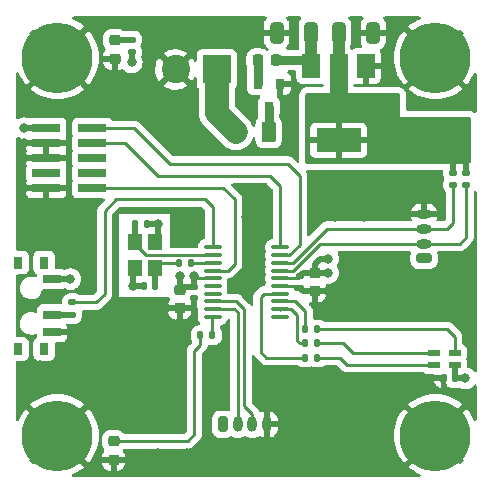
<source format=gbr>
%TF.GenerationSoftware,KiCad,Pcbnew,(6.0.0-rc1-124-g18b4ebcc17)*%
%TF.CreationDate,2021-11-25T20:10:52+05:30*%
%TF.ProjectId,Europa,4575726f-7061-42e6-9b69-6361645f7063,rev?*%
%TF.SameCoordinates,Original*%
%TF.FileFunction,Copper,L1,Top*%
%TF.FilePolarity,Positive*%
%FSLAX46Y46*%
G04 Gerber Fmt 4.6, Leading zero omitted, Abs format (unit mm)*
G04 Created by KiCad (PCBNEW (6.0.0-rc1-124-g18b4ebcc17)) date 2021-11-25 20:10:52*
%MOMM*%
%LPD*%
G01*
G04 APERTURE LIST*
G04 Aperture macros list*
%AMRoundRect*
0 Rectangle with rounded corners*
0 $1 Rounding radius*
0 $2 $3 $4 $5 $6 $7 $8 $9 X,Y pos of 4 corners*
0 Add a 4 corners polygon primitive as box body*
4,1,4,$2,$3,$4,$5,$6,$7,$8,$9,$2,$3,0*
0 Add four circle primitives for the rounded corners*
1,1,$1+$1,$2,$3*
1,1,$1+$1,$4,$5*
1,1,$1+$1,$6,$7*
1,1,$1+$1,$8,$9*
0 Add four rect primitives between the rounded corners*
20,1,$1+$1,$2,$3,$4,$5,0*
20,1,$1+$1,$4,$5,$6,$7,0*
20,1,$1+$1,$6,$7,$8,$9,0*
20,1,$1+$1,$8,$9,$2,$3,0*%
G04 Aperture macros list end*
%TA.AperFunction,SMDPad,CuDef*%
%ADD10RoundRect,0.225000X-0.250000X0.225000X-0.250000X-0.225000X0.250000X-0.225000X0.250000X0.225000X0*%
%TD*%
%TA.AperFunction,SMDPad,CuDef*%
%ADD11RoundRect,0.140000X-0.170000X0.140000X-0.170000X-0.140000X0.170000X-0.140000X0.170000X0.140000X0*%
%TD*%
%TA.AperFunction,ComponentPad*%
%ADD12C,0.800000*%
%TD*%
%TA.AperFunction,ComponentPad*%
%ADD13C,6.000000*%
%TD*%
%TA.AperFunction,SMDPad,CuDef*%
%ADD14R,2.400000X0.740000*%
%TD*%
%TA.AperFunction,SMDPad,CuDef*%
%ADD15RoundRect,0.135000X-0.185000X0.135000X-0.185000X-0.135000X0.185000X-0.135000X0.185000X0.135000X0*%
%TD*%
%TA.AperFunction,SMDPad,CuDef*%
%ADD16RoundRect,0.135000X0.135000X0.185000X-0.135000X0.185000X-0.135000X-0.185000X0.135000X-0.185000X0*%
%TD*%
%TA.AperFunction,SMDPad,CuDef*%
%ADD17RoundRect,0.135000X0.185000X-0.135000X0.185000X0.135000X-0.185000X0.135000X-0.185000X-0.135000X0*%
%TD*%
%TA.AperFunction,SMDPad,CuDef*%
%ADD18R,0.800000X1.000000*%
%TD*%
%TA.AperFunction,SMDPad,CuDef*%
%ADD19R,1.500000X0.700000*%
%TD*%
%TA.AperFunction,SMDPad,CuDef*%
%ADD20RoundRect,0.140000X0.140000X0.170000X-0.140000X0.170000X-0.140000X-0.170000X0.140000X-0.170000X0*%
%TD*%
%TA.AperFunction,SMDPad,CuDef*%
%ADD21R,1.200000X1.400000*%
%TD*%
%TA.AperFunction,SMDPad,CuDef*%
%ADD22R,1.500000X2.000000*%
%TD*%
%TA.AperFunction,SMDPad,CuDef*%
%ADD23R,3.800000X2.000000*%
%TD*%
%TA.AperFunction,SMDPad,CuDef*%
%ADD24RoundRect,0.249999X-0.325001X-0.650001X0.325001X-0.650001X0.325001X0.650001X-0.325001X0.650001X0*%
%TD*%
%TA.AperFunction,SMDPad,CuDef*%
%ADD25RoundRect,0.100000X-0.637500X-0.100000X0.637500X-0.100000X0.637500X0.100000X-0.637500X0.100000X0*%
%TD*%
%TA.AperFunction,SMDPad,CuDef*%
%ADD26RoundRect,0.218750X0.218750X0.256250X-0.218750X0.256250X-0.218750X-0.256250X0.218750X-0.256250X0*%
%TD*%
%TA.AperFunction,SMDPad,CuDef*%
%ADD27RoundRect,0.135000X-0.135000X-0.185000X0.135000X-0.185000X0.135000X0.185000X-0.135000X0.185000X0*%
%TD*%
%TA.AperFunction,SMDPad,CuDef*%
%ADD28RoundRect,0.218750X0.256250X-0.218750X0.256250X0.218750X-0.256250X0.218750X-0.256250X-0.218750X0*%
%TD*%
%TA.AperFunction,ComponentPad*%
%ADD29RoundRect,0.200000X-0.200000X-0.450000X0.200000X-0.450000X0.200000X0.450000X-0.200000X0.450000X0*%
%TD*%
%TA.AperFunction,ComponentPad*%
%ADD30O,0.800000X1.300000*%
%TD*%
%TA.AperFunction,SMDPad,CuDef*%
%ADD31R,0.800000X0.900000*%
%TD*%
%TA.AperFunction,SMDPad,CuDef*%
%ADD32RoundRect,0.250000X0.375000X0.625000X-0.375000X0.625000X-0.375000X-0.625000X0.375000X-0.625000X0*%
%TD*%
%TA.AperFunction,ComponentPad*%
%ADD33R,2.400000X2.400000*%
%TD*%
%TA.AperFunction,ComponentPad*%
%ADD34C,2.400000*%
%TD*%
%TA.AperFunction,ComponentPad*%
%ADD35RoundRect,0.200000X0.450000X-0.200000X0.450000X0.200000X-0.450000X0.200000X-0.450000X-0.200000X0*%
%TD*%
%TA.AperFunction,ComponentPad*%
%ADD36O,1.300000X0.800000*%
%TD*%
%TA.AperFunction,SMDPad,CuDef*%
%ADD37R,1.000000X0.500000*%
%TD*%
%TA.AperFunction,ViaPad*%
%ADD38C,0.800000*%
%TD*%
%TA.AperFunction,Conductor*%
%ADD39C,0.500000*%
%TD*%
%TA.AperFunction,Conductor*%
%ADD40C,0.250000*%
%TD*%
%TA.AperFunction,Conductor*%
%ADD41C,1.500000*%
%TD*%
%TA.AperFunction,Conductor*%
%ADD42C,1.000000*%
%TD*%
%TA.AperFunction,Conductor*%
%ADD43C,0.750000*%
%TD*%
%TA.AperFunction,Conductor*%
%ADD44C,2.000000*%
%TD*%
G04 APERTURE END LIST*
D10*
%TO.P,C1,1*%
%TO.N,+3V3*%
X55775000Y-52225000D03*
%TO.P,C1,2*%
%TO.N,GND*%
X55775000Y-53775000D03*
%TD*%
D11*
%TO.P,C2,1*%
%TO.N,+3V3*%
X54500000Y-52520000D03*
%TO.P,C2,2*%
%TO.N,GND*%
X54500000Y-53480000D03*
%TD*%
D10*
%TO.P,C5,1*%
%TO.N,+3V3*%
X44350000Y-53675000D03*
%TO.P,C5,2*%
%TO.N,GND*%
X44350000Y-55225000D03*
%TD*%
D12*
%TO.P,H1,1*%
%TO.N,GND*%
X36250000Y-34000000D03*
X31750000Y-34000000D03*
X35590990Y-32409010D03*
X35590990Y-35590990D03*
X32409010Y-32409010D03*
X32409010Y-35590990D03*
X34000000Y-36250000D03*
D13*
X34000000Y-34000000D03*
D12*
X34000000Y-31750000D03*
%TD*%
%TO.P,H2,1*%
%TO.N,GND*%
X35590990Y-67590990D03*
X31750000Y-66000000D03*
X32409010Y-64409010D03*
D13*
X34000000Y-66000000D03*
D12*
X32409010Y-67590990D03*
X34000000Y-63750000D03*
X36250000Y-66000000D03*
X35590990Y-64409010D03*
X34000000Y-68250000D03*
%TD*%
%TO.P,H3,1*%
%TO.N,GND*%
X66000000Y-63750000D03*
X67590990Y-64409010D03*
X68250000Y-66000000D03*
X63750000Y-66000000D03*
X67590990Y-67590990D03*
X64409010Y-67590990D03*
X66000000Y-68250000D03*
X64409010Y-64409010D03*
D13*
X66000000Y-66000000D03*
%TD*%
D14*
%TO.P,J3,1*%
%TO.N,+3V3*%
X33050000Y-39960000D03*
%TO.P,J3,2*%
%TO.N,SYS_SWDIO*%
X36950000Y-39960000D03*
%TO.P,J3,3*%
%TO.N,GND*%
X33050000Y-41230000D03*
%TO.P,J3,4*%
%TO.N,SYS_SWCLK*%
X36950000Y-41230000D03*
%TO.P,J3,5*%
%TO.N,GND*%
X33050000Y-42500000D03*
%TO.P,J3,6*%
%TO.N,Net-(J3-Pad6)*%
X36950000Y-42500000D03*
%TO.P,J3,7*%
%TO.N,Net-(J3-Pad7)*%
X33050000Y-43770000D03*
%TO.P,J3,8*%
%TO.N,Net-(J3-Pad8)*%
X36950000Y-43770000D03*
%TO.P,J3,9*%
%TO.N,GND*%
X33050000Y-45040000D03*
%TO.P,J3,10*%
%TO.N,NRST*%
X36950000Y-45040000D03*
%TD*%
D15*
%TO.P,R3,1*%
%TO.N,+3V3*%
X68600000Y-43730000D03*
%TO.P,R3,2*%
%TO.N,I2C1_SCL*%
X68600000Y-44750000D03*
%TD*%
%TO.P,R6,1*%
%TO.N,+3V3*%
X67500000Y-43730000D03*
%TO.P,R6,2*%
%TO.N,I2C1_SDA*%
X67500000Y-44750000D03*
%TD*%
D16*
%TO.P,R8,1*%
%TO.N,Net-(D5-Pad1)*%
X56010000Y-59400000D03*
%TO.P,R8,2*%
%TO.N,TIM3_CH4*%
X54990000Y-59400000D03*
%TD*%
D17*
%TO.P,R12,1*%
%TO.N,Net-(R12-Pad1)*%
X35250000Y-55750000D03*
%TO.P,R12,2*%
%TO.N,BOOT*%
X35250000Y-54730000D03*
%TD*%
D18*
%TO.P,SW1,*%
%TO.N,*%
X30670000Y-58650000D03*
X32880000Y-51350000D03*
X32880000Y-58650000D03*
X30670000Y-51350000D03*
D19*
%TO.P,SW1,1*%
%TO.N,+3V3*%
X33530000Y-52750000D03*
%TO.P,SW1,2*%
%TO.N,Net-(R12-Pad1)*%
X33530000Y-55750000D03*
%TO.P,SW1,3*%
%TO.N,GND*%
X33530000Y-57250000D03*
%TD*%
D11*
%TO.P,C6,1*%
%TO.N,+3V3*%
X45600000Y-53400000D03*
%TO.P,C6,2*%
%TO.N,GND*%
X45600000Y-54360000D03*
%TD*%
D16*
%TO.P,R2,1*%
%TO.N,RCC_OSC_OUT*%
X45310000Y-51375000D03*
%TO.P,R2,2*%
%TO.N,Net-(C4-Pad1)*%
X44290000Y-51375000D03*
%TD*%
D20*
%TO.P,C3,1*%
%TO.N,GND*%
X41560000Y-48050000D03*
%TO.P,C3,2*%
%TO.N,RCC_OSC_IN*%
X40600000Y-48050000D03*
%TD*%
D21*
%TO.P,Y1,1*%
%TO.N,RCC_OSC_IN*%
X40600000Y-49600000D03*
%TO.P,Y1,2*%
%TO.N,GND*%
X40600000Y-51800000D03*
%TO.P,Y1,3*%
%TO.N,Net-(C4-Pad1)*%
X42300000Y-51800000D03*
%TO.P,Y1,4*%
%TO.N,GND*%
X42300000Y-49600000D03*
%TD*%
D20*
%TO.P,C4,1*%
%TO.N,Net-(C4-Pad1)*%
X42300000Y-53350000D03*
%TO.P,C4,2*%
%TO.N,GND*%
X41340000Y-53350000D03*
%TD*%
D12*
%TO.P,H4,1*%
%TO.N,GND*%
X67590990Y-32409010D03*
X67590990Y-35590990D03*
X66000000Y-31750000D03*
X64409010Y-35590990D03*
X66000000Y-36250000D03*
X64409010Y-32409010D03*
X63750000Y-34000000D03*
D13*
X66000000Y-34000000D03*
D12*
X68250000Y-34000000D03*
%TD*%
D22*
%TO.P,U2,1*%
%TO.N,GND*%
X60100000Y-34700000D03*
D23*
%TO.P,U2,2*%
%TO.N,+3V3*%
X57800000Y-41000000D03*
D22*
X57800000Y-34700000D03*
%TO.P,U2,3*%
%TO.N,VCC*%
X55500000Y-34700000D03*
%TD*%
D24*
%TO.P,C8,1*%
%TO.N,+3V3*%
X57800000Y-31900000D03*
%TO.P,C8,2*%
%TO.N,GND*%
X60750000Y-31900000D03*
%TD*%
%TO.P,C7,1*%
%TO.N,GND*%
X52550000Y-31900000D03*
%TO.P,C7,2*%
%TO.N,VCC*%
X55500000Y-31900000D03*
%TD*%
D25*
%TO.P,U1,1*%
%TO.N,BOOT*%
X47137500Y-50075000D03*
%TO.P,U1,2*%
%TO.N,RCC_OSC_IN*%
X47137500Y-50725000D03*
%TO.P,U1,3*%
%TO.N,RCC_OSC_OUT*%
X47137500Y-51375000D03*
%TO.P,U1,4*%
%TO.N,NRST*%
X47137500Y-52025000D03*
%TO.P,U1,5*%
%TO.N,+3V3*%
X47137500Y-52675000D03*
%TO.P,U1,6*%
%TO.N,Net-(U1-Pad6)*%
X47137500Y-53325000D03*
%TO.P,U1,7*%
%TO.N,Net-(U1-Pad7)*%
X47137500Y-53975000D03*
%TO.P,U1,8*%
%TO.N,USART1_TX*%
X47137500Y-54625000D03*
%TO.P,U1,9*%
%TO.N,USART1_RX*%
X47137500Y-55275000D03*
%TO.P,U1,10*%
%TO.N,TIM14_CH1*%
X47137500Y-55925000D03*
%TO.P,U1,11*%
%TO.N,Net-(U1-Pad11)*%
X52862500Y-55925000D03*
%TO.P,U1,12*%
%TO.N,TIM3_CH1*%
X52862500Y-55275000D03*
%TO.P,U1,13*%
%TO.N,TIM3_CH2*%
X52862500Y-54625000D03*
%TO.P,U1,14*%
%TO.N,TIM3_CH4*%
X52862500Y-53975000D03*
%TO.P,U1,15*%
%TO.N,GND*%
X52862500Y-53325000D03*
%TO.P,U1,16*%
%TO.N,+3V3*%
X52862500Y-52675000D03*
%TO.P,U1,17*%
%TO.N,I2C1_SCL*%
X52862500Y-52025000D03*
%TO.P,U1,18*%
%TO.N,I2C1_SDA*%
X52862500Y-51375000D03*
%TO.P,U1,19*%
%TO.N,SYS_SWDIO*%
X52862500Y-50725000D03*
%TO.P,U1,20*%
%TO.N,SYS_SWCLK*%
X52862500Y-50075000D03*
%TD*%
D26*
%TO.P,FB1,1*%
%TO.N,VCC*%
X52525000Y-34200000D03*
%TO.P,FB1,2*%
%TO.N,Net-(FB1-Pad2)*%
X50950000Y-34200000D03*
%TD*%
D27*
%TO.P,R11,1*%
%TO.N,Net-(D4-Pad2)*%
X46110000Y-57500000D03*
%TO.P,R11,2*%
%TO.N,TIM14_CH1*%
X47130000Y-57500000D03*
%TD*%
D28*
%TO.P,D4,1*%
%TO.N,GND*%
X38750000Y-68037500D03*
%TO.P,D4,2*%
%TO.N,Net-(D4-Pad2)*%
X38750000Y-66462500D03*
%TD*%
D16*
%TO.P,R10,1*%
%TO.N,Net-(D5-Pad3)*%
X56010000Y-57000000D03*
%TO.P,R10,2*%
%TO.N,TIM3_CH2*%
X54990000Y-57000000D03*
%TD*%
%TO.P,R9,1*%
%TO.N,Net-(D5-Pad2)*%
X56010000Y-58200000D03*
%TO.P,R9,2*%
%TO.N,TIM3_CH1*%
X54990000Y-58200000D03*
%TD*%
D29*
%TO.P,J4,1*%
%TO.N,+3V3*%
X48000000Y-65050000D03*
D30*
%TO.P,J4,2*%
%TO.N,USART1_RX*%
X49250000Y-65050000D03*
%TO.P,J4,3*%
%TO.N,USART1_TX*%
X50500000Y-65050000D03*
%TO.P,J4,4*%
%TO.N,GND*%
X51750000Y-65050000D03*
%TD*%
D31*
%TO.P,Q1,1*%
%TO.N,GND*%
X52850000Y-36200000D03*
%TO.P,Q1,2*%
%TO.N,Net-(FB1-Pad2)*%
X50950000Y-36200000D03*
%TO.P,Q1,3*%
%TO.N,Net-(F1-Pad1)*%
X51900000Y-38200000D03*
%TD*%
D32*
%TO.P,F1,1*%
%TO.N,Net-(F1-Pad1)*%
X51900000Y-40300000D03*
%TO.P,F1,2*%
%TO.N,Net-(F1-Pad2)*%
X49100000Y-40300000D03*
%TD*%
D33*
%TO.P,J1,1*%
%TO.N,Net-(F1-Pad2)*%
X47500000Y-35000000D03*
D34*
%TO.P,J1,2*%
%TO.N,GND*%
X44000000Y-35000000D03*
%TD*%
D28*
%TO.P,D3,1*%
%TO.N,GND*%
X38850000Y-34075000D03*
%TO.P,D3,2*%
%TO.N,Net-(D3-Pad2)*%
X38850000Y-32500000D03*
%TD*%
D15*
%TO.P,R7,1*%
%TO.N,Net-(D3-Pad2)*%
X40300000Y-32500000D03*
%TO.P,R7,2*%
%TO.N,+3V3*%
X40300000Y-33520000D03*
%TD*%
D35*
%TO.P,J2,1*%
%TO.N,+3V3*%
X65050000Y-51000000D03*
D36*
%TO.P,J2,2*%
%TO.N,I2C1_SCL*%
X65050000Y-49750000D03*
%TO.P,J2,3*%
%TO.N,I2C1_SDA*%
X65050000Y-48500000D03*
%TO.P,J2,4*%
%TO.N,GND*%
X65050000Y-47250000D03*
%TD*%
D20*
%TO.P,C12,1*%
%TO.N,+3V3*%
X67650000Y-61150000D03*
%TO.P,C12,2*%
%TO.N,GND*%
X66690000Y-61150000D03*
%TD*%
D37*
%TO.P,D5,1*%
%TO.N,Net-(D5-Pad1)*%
X65850000Y-60000000D03*
%TO.P,D5,2*%
%TO.N,Net-(D5-Pad2)*%
X65850000Y-59000000D03*
%TO.P,D5,3*%
%TO.N,Net-(D5-Pad3)*%
X67650000Y-59000000D03*
%TO.P,D5,4*%
%TO.N,+3V3*%
X67650000Y-60000000D03*
%TD*%
D38*
%TO.N,+3V3*%
X40300000Y-34400000D03*
X45600000Y-52475000D03*
X44350000Y-52500000D03*
X56950000Y-52225000D03*
X56950000Y-51050000D03*
X35100000Y-52750000D03*
X31190000Y-39960000D03*
X68550000Y-61150000D03*
X61000000Y-41000000D03*
X67000000Y-42000000D03*
X68000000Y-42000000D03*
X61000000Y-39000000D03*
X66000000Y-42000000D03*
X56000000Y-39000000D03*
X62000000Y-38000000D03*
X63000000Y-41000000D03*
X59000000Y-39000000D03*
X59000000Y-38000000D03*
X60000000Y-39000000D03*
X63000000Y-42000000D03*
X65000000Y-40000000D03*
X61000000Y-40000000D03*
X60000000Y-38000000D03*
X62000000Y-40000000D03*
X57000000Y-38000000D03*
X61000000Y-38000000D03*
X56000000Y-38000000D03*
X64000000Y-42000000D03*
X66000000Y-41000000D03*
X68000000Y-40000000D03*
X63000000Y-40000000D03*
X67000000Y-41000000D03*
X57000000Y-39000000D03*
X65000000Y-41000000D03*
X62000000Y-39000000D03*
X64000000Y-40000000D03*
X68000000Y-41000000D03*
X65000000Y-42000000D03*
X61000000Y-42000000D03*
X67000000Y-40000000D03*
X58000000Y-39000000D03*
X62000000Y-41000000D03*
X64000000Y-41000000D03*
X62000000Y-42000000D03*
X66000000Y-40000000D03*
X58000000Y-38000000D03*
%TO.N,GND*%
X40400000Y-53350000D03*
X56950000Y-53775000D03*
X43175000Y-55225000D03*
X44350000Y-56375000D03*
X60000000Y-55000000D03*
X62500000Y-55000000D03*
X65000000Y-55000000D03*
X67500000Y-55000000D03*
X62500000Y-52500000D03*
X60000000Y-52500000D03*
X35050000Y-57250000D03*
X31190000Y-45040000D03*
X31200000Y-42500000D03*
X31200000Y-41225000D03*
X37500000Y-60000000D03*
X55000000Y-67500000D03*
X40000000Y-37500000D03*
X57500000Y-45000000D03*
X62500000Y-62500000D03*
X42500000Y-60000000D03*
X35000000Y-50000000D03*
X32500000Y-47500000D03*
X40000000Y-60000000D03*
X35000000Y-60000000D03*
X47500000Y-60000000D03*
X60000000Y-65000000D03*
X60000000Y-47500000D03*
X42500000Y-65000000D03*
X57500000Y-67500000D03*
X57500000Y-65000000D03*
X45000000Y-67500000D03*
X50000000Y-47500000D03*
X42500000Y-57500000D03*
X37500000Y-37500000D03*
X40000000Y-62500000D03*
X60000000Y-45000000D03*
X42500000Y-62500000D03*
X40000000Y-65000000D03*
X40000000Y-57500000D03*
X42500000Y-48050000D03*
X55775000Y-54925000D03*
X57500000Y-62500000D03*
X55000000Y-62500000D03*
X32500000Y-60000000D03*
X37500000Y-57500000D03*
X62500000Y-45000000D03*
X60000000Y-62500000D03*
X57500000Y-47500000D03*
X42500000Y-67500000D03*
X37500000Y-62500000D03*
X60000000Y-67500000D03*
X50000000Y-45000000D03*
X45000000Y-47500000D03*
X52500000Y-62500000D03*
X42500000Y-40000000D03*
X55000000Y-65000000D03*
%TD*%
D39*
%TO.N,+3V3*%
X55775000Y-52225000D02*
X54795000Y-52225000D01*
D40*
X54345000Y-52675000D02*
X54500000Y-52520000D01*
X45800000Y-52675000D02*
X45600000Y-52475000D01*
D41*
X57800000Y-34700000D02*
X57800000Y-37300000D01*
D39*
X54795000Y-52225000D02*
X54500000Y-52520000D01*
D40*
X52862500Y-52675000D02*
X54345000Y-52675000D01*
D39*
X33050000Y-39960000D02*
X31190000Y-39960000D01*
X44625000Y-53400000D02*
X45600000Y-53400000D01*
X56950000Y-51050000D02*
X56200000Y-51050000D01*
X44350000Y-53675000D02*
X44350000Y-52500000D01*
D40*
X47137500Y-52675000D02*
X45800000Y-52675000D01*
D42*
X57800000Y-31900000D02*
X57800000Y-34700000D01*
D39*
X67650000Y-61150000D02*
X67650000Y-60000000D01*
X56200000Y-51050000D02*
X55775000Y-51475000D01*
X40300000Y-34400000D02*
X40300000Y-33520000D01*
X55775000Y-51475000D02*
X55775000Y-52225000D01*
X68550000Y-61150000D02*
X67650000Y-61150000D01*
X35100000Y-52750000D02*
X33530000Y-52750000D01*
X67500000Y-43730000D02*
X67500000Y-42850000D01*
X55775000Y-52225000D02*
X56950000Y-52225000D01*
X68600000Y-43730000D02*
X68600000Y-42800000D01*
X45600000Y-53400000D02*
X45600000Y-52475000D01*
X44350000Y-53675000D02*
X44625000Y-53400000D01*
%TO.N,GND*%
X35050000Y-57250000D02*
X33530000Y-57250000D01*
X40400000Y-53350000D02*
X40400000Y-52000000D01*
X55775000Y-53775000D02*
X54795000Y-53775000D01*
X42500000Y-48050000D02*
X42500000Y-49400000D01*
D40*
X52862500Y-53325000D02*
X54345000Y-53325000D01*
D39*
X40400000Y-53350000D02*
X41340000Y-53350000D01*
X42500000Y-49400000D02*
X42300000Y-49600000D01*
D40*
X54345000Y-53325000D02*
X54500000Y-53480000D01*
D39*
X42500000Y-48050000D02*
X41560000Y-48050000D01*
X40400000Y-52000000D02*
X40600000Y-51800000D01*
X54795000Y-53775000D02*
X54500000Y-53480000D01*
D40*
%TO.N,RCC_OSC_IN*%
X41539998Y-50725000D02*
X40600000Y-49785002D01*
D39*
X40600000Y-48050000D02*
X40600000Y-49600000D01*
D40*
X47137500Y-50725000D02*
X41539998Y-50725000D01*
X40600000Y-49785002D02*
X40600000Y-49600000D01*
D39*
%TO.N,Net-(C4-Pad1)*%
X42300000Y-51800000D02*
X42300000Y-53350000D01*
D40*
X42725000Y-51375000D02*
X42300000Y-51800000D01*
X44290000Y-51375000D02*
X42725000Y-51375000D01*
D43*
%TO.N,VCC*%
X55000000Y-34200000D02*
X55500000Y-34700000D01*
X52525000Y-34200000D02*
X55000000Y-34200000D01*
D42*
X55500000Y-31900000D02*
X55500000Y-34700000D01*
D39*
%TO.N,Net-(D3-Pad2)*%
X38850000Y-32500000D02*
X40300000Y-32500000D01*
D40*
%TO.N,Net-(D4-Pad2)*%
X46110000Y-57500000D02*
X46110000Y-58290000D01*
X45600000Y-65900000D02*
X45600000Y-65100000D01*
X46120000Y-57500000D02*
X46000000Y-57500000D01*
X45037500Y-66462500D02*
X45600000Y-65900000D01*
X46110000Y-58290000D02*
X45600000Y-58800000D01*
X38750000Y-66462500D02*
X45037500Y-66462500D01*
X45600000Y-58800000D02*
X45600000Y-65100000D01*
%TO.N,Net-(D5-Pad1)*%
X65850000Y-60000000D02*
X58500000Y-60000000D01*
X56010000Y-59400000D02*
X57900000Y-59400000D01*
X57900000Y-59400000D02*
X58500000Y-60000000D01*
%TO.N,Net-(D5-Pad2)*%
X65850000Y-59000000D02*
X59000000Y-59000000D01*
X56010000Y-58200000D02*
X58200000Y-58200000D01*
X58200000Y-58200000D02*
X59000000Y-59000000D01*
%TO.N,Net-(D5-Pad3)*%
X67650000Y-59000000D02*
X67650000Y-58450000D01*
X67650000Y-57650000D02*
X67650000Y-59000000D01*
X56010000Y-57000000D02*
X67000000Y-57000000D01*
X56010000Y-57000000D02*
X56600000Y-57000000D01*
X67000000Y-57000000D02*
X67650000Y-57650000D01*
D43*
%TO.N,Net-(F1-Pad1)*%
X51900000Y-38200000D02*
X51900000Y-40300000D01*
D44*
%TO.N,Net-(F1-Pad2)*%
X47500000Y-35000000D02*
X47500000Y-38700000D01*
X47500000Y-38700000D02*
X49100000Y-40300000D01*
D40*
%TO.N,I2C1_SCL*%
X65050000Y-49750000D02*
X56200000Y-49750000D01*
X53925000Y-52025000D02*
X52862500Y-52025000D01*
X68050000Y-49750000D02*
X65050000Y-49750000D01*
X68600000Y-44750000D02*
X68600000Y-49200000D01*
X56200000Y-49750000D02*
X53925000Y-52025000D01*
X68600000Y-49200000D02*
X68050000Y-49750000D01*
%TO.N,I2C1_SDA*%
X56813590Y-48500000D02*
X53938590Y-51375000D01*
X67500000Y-48000000D02*
X67000000Y-48500000D01*
X67000000Y-48500000D02*
X65050000Y-48500000D01*
X52862500Y-51375000D02*
X53275000Y-51375000D01*
X53938590Y-51375000D02*
X52862500Y-51375000D01*
X67500000Y-44750000D02*
X67500000Y-48000000D01*
X65050000Y-48500000D02*
X56813590Y-48500000D01*
%TO.N,SYS_SWDIO*%
X53600000Y-50725000D02*
X52862500Y-50725000D01*
X40460000Y-39960000D02*
X43500000Y-43000000D01*
X53500000Y-43000000D02*
X54500000Y-44000000D01*
X54500000Y-44000000D02*
X54500000Y-49825000D01*
X43500000Y-43000000D02*
X53500000Y-43000000D01*
X54500000Y-49825000D02*
X53600000Y-50725000D01*
X36950000Y-39960000D02*
X40460000Y-39960000D01*
%TO.N,SYS_SWCLK*%
X39730000Y-41230000D02*
X42500000Y-44000000D01*
X36950000Y-41230000D02*
X39730000Y-41230000D01*
X52862500Y-48362500D02*
X52862500Y-50075000D01*
X52862500Y-44862500D02*
X52862500Y-48362500D01*
X42500000Y-44000000D02*
X52000000Y-44000000D01*
X52000000Y-44000000D02*
X52862500Y-44862500D01*
%TO.N,NRST*%
X48475000Y-52025000D02*
X47137500Y-52025000D01*
X36950000Y-45040000D02*
X48040000Y-45040000D01*
X49000000Y-46000000D02*
X49000000Y-51500000D01*
X49000000Y-51500000D02*
X48475000Y-52025000D01*
X48040000Y-45040000D02*
X49000000Y-46000000D01*
%TO.N,USART1_TX*%
X49800000Y-63500000D02*
X50500000Y-64200000D01*
X47137500Y-54625000D02*
X48825000Y-54625000D01*
X50500000Y-64200000D02*
X50500000Y-65050000D01*
X49125000Y-54625000D02*
X49800000Y-55300000D01*
X47137500Y-54625000D02*
X49125000Y-54625000D01*
X49800000Y-55300000D02*
X49800000Y-63500000D01*
%TO.N,USART1_RX*%
X49250000Y-55550000D02*
X49250000Y-56150000D01*
X49250000Y-65050000D02*
X49250000Y-63600000D01*
X49250000Y-63600000D02*
X49250000Y-56150000D01*
X48975000Y-55275000D02*
X49250000Y-55550000D01*
X47137500Y-55275000D02*
X48975000Y-55275000D01*
%TO.N,RCC_OSC_OUT*%
X47137500Y-51375000D02*
X45310000Y-51375000D01*
%TO.N,TIM3_CH1*%
X54300000Y-55800000D02*
X53775000Y-55275000D01*
X54500000Y-58200000D02*
X54300000Y-58000000D01*
X52862500Y-55275000D02*
X52862500Y-55337500D01*
X53775000Y-55275000D02*
X52862500Y-55275000D01*
X54300000Y-58000000D02*
X54300000Y-55800000D01*
X54990000Y-58200000D02*
X54500000Y-58200000D01*
%TO.N,TIM3_CH2*%
X54990000Y-57000000D02*
X54990000Y-55490000D01*
X54125000Y-54625000D02*
X52862500Y-54625000D01*
X54990000Y-55490000D02*
X54125000Y-54625000D01*
%TO.N,TIM3_CH4*%
X51700000Y-59400000D02*
X54990000Y-59400000D01*
X52862500Y-53975000D02*
X51525000Y-53975000D01*
X51200000Y-54300000D02*
X51200000Y-58900000D01*
X51200000Y-58900000D02*
X51700000Y-59400000D01*
X52862500Y-53975000D02*
X52525000Y-53975000D01*
X51525000Y-53975000D02*
X51200000Y-54300000D01*
%TO.N,TIM14_CH1*%
X47130000Y-57500000D02*
X47130000Y-55932500D01*
X47130000Y-55932500D02*
X47137500Y-55925000D01*
%TO.N,BOOT*%
X35250000Y-54730000D02*
X35730000Y-54730000D01*
X38000000Y-54000000D02*
X37270000Y-54730000D01*
X46500000Y-46000000D02*
X47137500Y-46637500D01*
X38000000Y-47000000D02*
X38000000Y-54000000D01*
X38000000Y-47000000D02*
X39000000Y-46000000D01*
X37270000Y-54730000D02*
X35730000Y-54730000D01*
X35250000Y-54730000D02*
X35250000Y-54750000D01*
X47137500Y-46637500D02*
X47137500Y-50075000D01*
X39000000Y-46000000D02*
X46500000Y-46000000D01*
D39*
%TO.N,Net-(R12-Pad1)*%
X35250000Y-55750000D02*
X33530000Y-55750000D01*
D43*
%TO.N,Net-(FB1-Pad2)*%
X50950000Y-36200000D02*
X50950000Y-34200000D01*
%TD*%
%TA.AperFunction,Conductor*%
%TO.N,+3V3*%
G36*
X62942121Y-37020002D02*
G01*
X62988614Y-37073658D01*
X63000000Y-37126000D01*
X63000000Y-39000000D01*
X68874000Y-39000000D01*
X68942121Y-39020002D01*
X68988614Y-39073658D01*
X69000000Y-39126000D01*
X69000000Y-42827503D01*
X68979998Y-42895624D01*
X68926342Y-42942117D01*
X68889499Y-42948629D01*
X68889790Y-42950015D01*
X68856970Y-42956910D01*
X68854000Y-42968374D01*
X68854000Y-43000000D01*
X68346000Y-43000000D01*
X68346000Y-42970434D01*
X68341656Y-42955639D01*
X68329997Y-42953579D01*
X68320023Y-42954363D01*
X68307436Y-42956662D01*
X68175488Y-42994997D01*
X68140335Y-43000000D01*
X67959665Y-43000000D01*
X67924512Y-42994997D01*
X67792564Y-42956662D01*
X67779977Y-42954363D01*
X67772057Y-42953740D01*
X67756970Y-42956910D01*
X67754000Y-42968374D01*
X67754000Y-43000000D01*
X67246000Y-43000000D01*
X67246000Y-42970434D01*
X67241656Y-42955639D01*
X67229997Y-42953579D01*
X67220023Y-42954363D01*
X67207436Y-42956662D01*
X67075488Y-42994997D01*
X67040335Y-43000000D01*
X55126000Y-43000000D01*
X55057879Y-42979998D01*
X55011386Y-42926342D01*
X55000000Y-42874000D01*
X55000000Y-42044669D01*
X55392001Y-42044669D01*
X55392371Y-42051490D01*
X55397895Y-42102352D01*
X55401521Y-42117604D01*
X55446676Y-42238054D01*
X55455214Y-42253649D01*
X55531715Y-42355724D01*
X55544276Y-42368285D01*
X55646351Y-42444786D01*
X55661946Y-42453324D01*
X55782394Y-42498478D01*
X55797649Y-42502105D01*
X55848514Y-42507631D01*
X55855328Y-42508000D01*
X57527885Y-42508000D01*
X57543124Y-42503525D01*
X57544329Y-42502135D01*
X57546000Y-42494452D01*
X57546000Y-42489884D01*
X58054000Y-42489884D01*
X58058475Y-42505123D01*
X58059865Y-42506328D01*
X58067548Y-42507999D01*
X59744669Y-42507999D01*
X59751490Y-42507629D01*
X59802352Y-42502105D01*
X59817604Y-42498479D01*
X59938054Y-42453324D01*
X59953649Y-42444786D01*
X60055724Y-42368285D01*
X60068285Y-42355724D01*
X60144786Y-42253649D01*
X60153324Y-42238054D01*
X60198478Y-42117606D01*
X60202105Y-42102351D01*
X60207631Y-42051486D01*
X60208000Y-42044672D01*
X60208000Y-41272115D01*
X60203525Y-41256876D01*
X60202135Y-41255671D01*
X60194452Y-41254000D01*
X58072115Y-41254000D01*
X58056876Y-41258475D01*
X58055671Y-41259865D01*
X58054000Y-41267548D01*
X58054000Y-42489884D01*
X57546000Y-42489884D01*
X57546000Y-41272115D01*
X57541525Y-41256876D01*
X57540135Y-41255671D01*
X57532452Y-41254000D01*
X55410116Y-41254000D01*
X55394877Y-41258475D01*
X55393672Y-41259865D01*
X55392001Y-41267548D01*
X55392001Y-42044669D01*
X55000000Y-42044669D01*
X55000000Y-40727885D01*
X55392000Y-40727885D01*
X55396475Y-40743124D01*
X55397865Y-40744329D01*
X55405548Y-40746000D01*
X57527885Y-40746000D01*
X57543124Y-40741525D01*
X57544329Y-40740135D01*
X57546000Y-40732452D01*
X57546000Y-40727885D01*
X58054000Y-40727885D01*
X58058475Y-40743124D01*
X58059865Y-40744329D01*
X58067548Y-40746000D01*
X60189884Y-40746000D01*
X60205123Y-40741525D01*
X60206328Y-40740135D01*
X60207999Y-40732452D01*
X60207999Y-39955331D01*
X60207629Y-39948510D01*
X60202105Y-39897648D01*
X60198479Y-39882396D01*
X60153324Y-39761946D01*
X60144786Y-39746351D01*
X60068285Y-39644276D01*
X60055724Y-39631715D01*
X59953649Y-39555214D01*
X59938054Y-39546676D01*
X59817606Y-39501522D01*
X59802351Y-39497895D01*
X59751486Y-39492369D01*
X59744672Y-39492000D01*
X58072115Y-39492000D01*
X58056876Y-39496475D01*
X58055671Y-39497865D01*
X58054000Y-39505548D01*
X58054000Y-40727885D01*
X57546000Y-40727885D01*
X57546000Y-39510116D01*
X57541525Y-39494877D01*
X57540135Y-39493672D01*
X57532452Y-39492001D01*
X55855331Y-39492001D01*
X55848510Y-39492371D01*
X55797648Y-39497895D01*
X55782396Y-39501521D01*
X55661946Y-39546676D01*
X55646351Y-39555214D01*
X55544276Y-39631715D01*
X55531715Y-39644276D01*
X55455214Y-39746351D01*
X55446676Y-39761946D01*
X55401522Y-39882394D01*
X55397895Y-39897649D01*
X55392369Y-39948514D01*
X55392000Y-39955328D01*
X55392000Y-40727885D01*
X55000000Y-40727885D01*
X55000000Y-37126000D01*
X55020002Y-37057879D01*
X55073658Y-37011386D01*
X55126000Y-37000000D01*
X62874000Y-37000000D01*
X62942121Y-37020002D01*
G37*
%TD.AperFunction*%
%TD*%
%TA.AperFunction,Conductor*%
%TO.N,GND*%
G36*
X51658935Y-30528002D02*
G01*
X51705428Y-30581658D01*
X51715532Y-30651932D01*
X51686038Y-30716512D01*
X51679988Y-30723017D01*
X51631259Y-30771832D01*
X51622250Y-30783239D01*
X51537184Y-30921242D01*
X51531037Y-30934423D01*
X51479862Y-31088709D01*
X51476995Y-31102085D01*
X51467328Y-31196437D01*
X51467000Y-31202854D01*
X51467000Y-31627885D01*
X51471475Y-31643124D01*
X51472865Y-31644329D01*
X51480548Y-31646000D01*
X53614885Y-31646000D01*
X53630124Y-31641525D01*
X53631329Y-31640135D01*
X53633000Y-31632452D01*
X53633000Y-31202902D01*
X53632663Y-31196387D01*
X53622744Y-31100795D01*
X53619850Y-31087396D01*
X53568412Y-30933215D01*
X53562238Y-30920036D01*
X53476937Y-30782190D01*
X53467905Y-30770796D01*
X53420200Y-30723174D01*
X53386120Y-30660892D01*
X53391123Y-30590071D01*
X53433619Y-30533198D01*
X53500118Y-30508329D01*
X53509217Y-30508000D01*
X54540107Y-30508000D01*
X54608228Y-30528002D01*
X54654721Y-30581658D01*
X54664825Y-30651932D01*
X54635331Y-30716512D01*
X54629280Y-30723017D01*
X54575694Y-30776697D01*
X54567678Y-30789701D01*
X54487157Y-30920331D01*
X54482885Y-30927261D01*
X54427203Y-31095138D01*
X54416500Y-31199599D01*
X54416501Y-32600400D01*
X54427474Y-32706167D01*
X54461381Y-32807799D01*
X54483450Y-32873946D01*
X54481985Y-32874435D01*
X54491500Y-32917181D01*
X54491500Y-33190500D01*
X54471498Y-33258621D01*
X54417842Y-33305114D01*
X54365500Y-33316500D01*
X53484728Y-33316500D01*
X53416607Y-33296498D01*
X53370114Y-33242842D01*
X53360010Y-33172568D01*
X53389504Y-33107988D01*
X53395555Y-33101482D01*
X53468742Y-33028168D01*
X53477750Y-33016761D01*
X53562816Y-32878758D01*
X53568963Y-32865577D01*
X53620138Y-32711291D01*
X53623005Y-32697915D01*
X53632672Y-32603563D01*
X53633000Y-32597147D01*
X53633000Y-32172115D01*
X53628525Y-32156876D01*
X53627135Y-32155671D01*
X53619452Y-32154000D01*
X51485115Y-32154000D01*
X51469876Y-32158475D01*
X51468671Y-32159865D01*
X51467000Y-32167548D01*
X51467000Y-32597098D01*
X51467337Y-32603613D01*
X51477256Y-32699205D01*
X51480150Y-32712604D01*
X51531588Y-32866785D01*
X51537762Y-32879964D01*
X51623063Y-33017810D01*
X51632099Y-33029209D01*
X51746828Y-33143738D01*
X51758239Y-33152750D01*
X51814582Y-33187481D01*
X51862076Y-33240254D01*
X51873498Y-33310325D01*
X51845224Y-33375449D01*
X51837642Y-33383756D01*
X51826615Y-33394803D01*
X51764335Y-33428883D01*
X51693515Y-33423883D01*
X51648422Y-33394960D01*
X51627733Y-33374307D01*
X51622553Y-33369136D01*
X51478192Y-33280151D01*
X51471243Y-33277846D01*
X51323762Y-33228928D01*
X51323760Y-33228928D01*
X51317231Y-33226762D01*
X51217072Y-33216500D01*
X50682928Y-33216500D01*
X50679682Y-33216837D01*
X50679678Y-33216837D01*
X50645897Y-33220342D01*
X50581518Y-33227022D01*
X50420651Y-33280692D01*
X50276445Y-33369929D01*
X50156636Y-33489947D01*
X50067651Y-33634308D01*
X50065346Y-33641256D01*
X50065346Y-33641257D01*
X50027133Y-33756466D01*
X50014262Y-33795269D01*
X50004000Y-33895428D01*
X50004000Y-34504572D01*
X50004337Y-34507818D01*
X50004337Y-34507822D01*
X50013508Y-34596206D01*
X50014522Y-34605982D01*
X50016705Y-34612524D01*
X50016705Y-34612526D01*
X50060023Y-34742366D01*
X50066500Y-34782243D01*
X50066500Y-35568174D01*
X50058482Y-35612404D01*
X50048255Y-35639684D01*
X50041500Y-35701866D01*
X50041500Y-36698134D01*
X50048255Y-36760316D01*
X50099385Y-36896705D01*
X50186739Y-37013261D01*
X50303295Y-37100615D01*
X50439684Y-37151745D01*
X50501866Y-37158500D01*
X51063059Y-37158500D01*
X51131180Y-37178502D01*
X51177673Y-37232158D01*
X51187777Y-37302432D01*
X51158283Y-37367012D01*
X51149995Y-37374734D01*
X51150269Y-37375008D01*
X51143919Y-37381358D01*
X51136739Y-37386739D01*
X51049385Y-37503295D01*
X50998255Y-37639684D01*
X50991500Y-37701866D01*
X50991500Y-38698134D01*
X50998255Y-38760316D01*
X51007216Y-38784219D01*
X51008482Y-38787596D01*
X51016500Y-38831826D01*
X51016500Y-39058607D01*
X50996498Y-39126728D01*
X50979673Y-39147625D01*
X50925695Y-39201697D01*
X50921855Y-39207927D01*
X50921854Y-39207928D01*
X50837006Y-39345577D01*
X50832885Y-39352262D01*
X50821163Y-39387604D01*
X50788016Y-39487540D01*
X50777203Y-39520139D01*
X50776503Y-39526975D01*
X50776502Y-39526978D01*
X50775325Y-39538469D01*
X50766500Y-39624600D01*
X50766500Y-39747182D01*
X50746498Y-39815303D01*
X50692842Y-39861796D01*
X50622568Y-39871900D01*
X50557988Y-39842406D01*
X50519878Y-39783600D01*
X50510532Y-39752643D01*
X50510530Y-39752639D01*
X50509067Y-39747792D01*
X50402654Y-39529612D01*
X50287453Y-39366305D01*
X50265007Y-39334486D01*
X50265004Y-39334482D01*
X50262726Y-39331253D01*
X50243091Y-39309750D01*
X49045405Y-38112064D01*
X49011379Y-38049752D01*
X49008500Y-38022969D01*
X49008500Y-36667329D01*
X49028502Y-36599208D01*
X49050407Y-36575668D01*
X49049731Y-36574992D01*
X49056081Y-36568642D01*
X49063261Y-36563261D01*
X49150615Y-36446705D01*
X49201745Y-36310316D01*
X49208500Y-36248134D01*
X49208500Y-33751866D01*
X49201745Y-33689684D01*
X49150615Y-33553295D01*
X49063261Y-33436739D01*
X48946705Y-33349385D01*
X48810316Y-33298255D01*
X48748134Y-33291500D01*
X46251866Y-33291500D01*
X46189684Y-33298255D01*
X46053295Y-33349385D01*
X45936739Y-33436739D01*
X45849385Y-33553295D01*
X45798255Y-33689684D01*
X45791500Y-33751866D01*
X45791500Y-34222433D01*
X45771498Y-34290554D01*
X45717842Y-34337047D01*
X45647568Y-34347151D01*
X45582988Y-34317657D01*
X45550099Y-34270983D01*
X45549644Y-34271200D01*
X45548371Y-34268531D01*
X45548066Y-34268098D01*
X45547631Y-34266980D01*
X45543619Y-34258567D01*
X45422284Y-34046276D01*
X45417074Y-34038553D01*
X45385787Y-33998865D01*
X45373863Y-33990395D01*
X45362328Y-33996882D01*
X44372022Y-34987188D01*
X44364408Y-35001132D01*
X44364539Y-35002965D01*
X44368790Y-35009580D01*
X45363732Y-36004522D01*
X45376112Y-36011282D01*
X45384453Y-36005038D01*
X45502700Y-35821202D01*
X45507147Y-35813011D01*
X45550618Y-35716510D01*
X45596834Y-35662616D01*
X45664850Y-35642263D01*
X45733073Y-35661913D01*
X45779842Y-35715328D01*
X45791500Y-35768261D01*
X45791500Y-36248134D01*
X45798255Y-36310316D01*
X45849385Y-36446705D01*
X45936739Y-36563261D01*
X45943919Y-36568642D01*
X45950269Y-36574992D01*
X45948634Y-36576627D01*
X45983579Y-36623359D01*
X45991500Y-36667329D01*
X45991500Y-38675984D01*
X45991451Y-38679502D01*
X45989194Y-38760316D01*
X45988666Y-38779205D01*
X45992640Y-38808984D01*
X45999058Y-38857086D01*
X45999758Y-38863639D01*
X46006060Y-38941965D01*
X46013897Y-38973870D01*
X46016426Y-38987258D01*
X46020771Y-39019820D01*
X46022232Y-39024661D01*
X46022233Y-39024663D01*
X46043478Y-39095029D01*
X46045219Y-39101390D01*
X46063963Y-39177706D01*
X46065941Y-39182366D01*
X46076801Y-39207951D01*
X46081438Y-39220761D01*
X46090933Y-39252208D01*
X46093151Y-39256756D01*
X46093154Y-39256763D01*
X46125371Y-39322818D01*
X46128107Y-39328820D01*
X46147075Y-39373504D01*
X46158812Y-39401156D01*
X46164625Y-39410386D01*
X46176319Y-39428956D01*
X46182945Y-39440860D01*
X46197346Y-39470388D01*
X46200265Y-39474525D01*
X46200265Y-39474526D01*
X46242641Y-39534597D01*
X46246301Y-39540086D01*
X46285471Y-39602286D01*
X46288167Y-39606567D01*
X46291508Y-39610356D01*
X46291512Y-39610362D01*
X46309898Y-39631217D01*
X46318344Y-39641912D01*
X46337274Y-39668747D01*
X46356909Y-39690250D01*
X46396625Y-39729966D01*
X46402044Y-39735736D01*
X46445350Y-39784858D01*
X46445353Y-39784861D01*
X46448698Y-39788655D01*
X46452606Y-39791865D01*
X46452607Y-39791866D01*
X46480989Y-39815179D01*
X46490108Y-39823449D01*
X48076464Y-41409805D01*
X48078374Y-41411431D01*
X48078381Y-41411437D01*
X48204925Y-41519134D01*
X48214720Y-41527470D01*
X48356400Y-41613275D01*
X48377372Y-41625976D01*
X48422358Y-41653221D01*
X48427047Y-41655115D01*
X48427046Y-41655115D01*
X48642733Y-41742259D01*
X48642736Y-41742260D01*
X48647429Y-41744156D01*
X48797907Y-41778343D01*
X48879210Y-41796814D01*
X48879212Y-41796814D01*
X48884145Y-41797935D01*
X48889195Y-41798253D01*
X48889197Y-41798253D01*
X49121359Y-41812860D01*
X49126413Y-41813178D01*
X49368002Y-41789490D01*
X49372893Y-41788198D01*
X49372897Y-41788197D01*
X49597808Y-41728773D01*
X49597814Y-41728771D01*
X49602696Y-41727481D01*
X49624869Y-41717609D01*
X49819832Y-41630805D01*
X49819834Y-41630804D01*
X49824456Y-41628746D01*
X49828684Y-41625979D01*
X49828690Y-41625976D01*
X49984232Y-41524192D01*
X50027579Y-41495827D01*
X50034108Y-41489865D01*
X50203101Y-41335554D01*
X50203105Y-41335550D01*
X50206837Y-41332142D01*
X50209979Y-41328178D01*
X50354475Y-41145869D01*
X50354476Y-41145867D01*
X50357619Y-41141902D01*
X50387910Y-41087704D01*
X50473580Y-40934416D01*
X50473582Y-40934412D01*
X50476046Y-40930003D01*
X50522099Y-40803474D01*
X50564193Y-40746303D01*
X50630515Y-40720965D01*
X50700006Y-40735506D01*
X50750605Y-40785308D01*
X50766500Y-40846569D01*
X50766500Y-40975400D01*
X50777474Y-41081166D01*
X50779655Y-41087702D01*
X50779655Y-41087704D01*
X50797737Y-41141902D01*
X50833450Y-41248946D01*
X50926522Y-41399348D01*
X51051697Y-41524305D01*
X51057927Y-41528145D01*
X51057928Y-41528146D01*
X51195090Y-41612694D01*
X51202262Y-41617115D01*
X51282005Y-41643564D01*
X51363611Y-41670632D01*
X51363613Y-41670632D01*
X51370139Y-41672797D01*
X51376975Y-41673497D01*
X51376978Y-41673498D01*
X51420031Y-41677909D01*
X51474600Y-41683500D01*
X52325400Y-41683500D01*
X52328646Y-41683163D01*
X52328650Y-41683163D01*
X52424308Y-41673238D01*
X52424312Y-41673237D01*
X52431166Y-41672526D01*
X52437702Y-41670345D01*
X52437704Y-41670345D01*
X52570693Y-41625976D01*
X52598946Y-41616550D01*
X52749348Y-41523478D01*
X52874305Y-41398303D01*
X52912984Y-41335554D01*
X52963275Y-41253968D01*
X52963276Y-41253966D01*
X52967115Y-41247738D01*
X53022797Y-41079861D01*
X53033500Y-40975400D01*
X53033500Y-39624600D01*
X53026953Y-39561502D01*
X53023238Y-39525692D01*
X53023237Y-39525688D01*
X53022526Y-39518834D01*
X53018364Y-39506357D01*
X52968868Y-39358002D01*
X52966550Y-39351054D01*
X52873478Y-39200652D01*
X52867777Y-39194961D01*
X52820482Y-39147748D01*
X52786403Y-39085465D01*
X52783500Y-39058575D01*
X52783500Y-38831826D01*
X52791518Y-38787596D01*
X52792784Y-38784219D01*
X52801745Y-38760316D01*
X52808500Y-38698134D01*
X52808500Y-37701866D01*
X52801745Y-37639684D01*
X52750615Y-37503295D01*
X52663261Y-37386739D01*
X52606456Y-37344166D01*
X52563941Y-37287307D01*
X52558915Y-37216488D01*
X52586797Y-37160827D01*
X52594329Y-37152135D01*
X52596000Y-37144452D01*
X52596000Y-37139884D01*
X53104000Y-37139884D01*
X53108475Y-37155123D01*
X53109865Y-37156328D01*
X53117548Y-37157999D01*
X53294669Y-37157999D01*
X53301490Y-37157629D01*
X53352352Y-37152105D01*
X53367604Y-37148479D01*
X53488054Y-37103324D01*
X53503649Y-37094786D01*
X53605724Y-37018285D01*
X53618285Y-37005724D01*
X53694786Y-36903649D01*
X53703324Y-36888054D01*
X53748478Y-36767606D01*
X53752105Y-36752351D01*
X53757631Y-36701486D01*
X53758000Y-36694672D01*
X53758000Y-36472115D01*
X53753525Y-36456876D01*
X53752135Y-36455671D01*
X53744452Y-36454000D01*
X53122115Y-36454000D01*
X53106876Y-36458475D01*
X53105671Y-36459865D01*
X53104000Y-36467548D01*
X53104000Y-37139884D01*
X52596000Y-37139884D01*
X52596000Y-36072000D01*
X52616002Y-36003879D01*
X52669658Y-35957386D01*
X52722000Y-35946000D01*
X53739884Y-35946000D01*
X53755123Y-35941525D01*
X53756328Y-35940135D01*
X53757999Y-35932452D01*
X53757999Y-35705331D01*
X53757629Y-35698510D01*
X53752105Y-35647648D01*
X53748479Y-35632396D01*
X53703324Y-35511946D01*
X53694786Y-35496351D01*
X53618285Y-35394276D01*
X53605724Y-35381715D01*
X53510470Y-35310326D01*
X53467955Y-35253467D01*
X53462929Y-35182648D01*
X53496989Y-35120355D01*
X53559320Y-35086365D01*
X53586035Y-35083500D01*
X54115500Y-35083500D01*
X54183621Y-35103502D01*
X54230114Y-35157158D01*
X54241500Y-35209500D01*
X54241500Y-35748134D01*
X54248255Y-35810316D01*
X54299385Y-35946705D01*
X54386739Y-36063261D01*
X54503295Y-36150615D01*
X54639684Y-36201745D01*
X54701866Y-36208500D01*
X56298134Y-36208500D01*
X56360316Y-36201745D01*
X56367716Y-36198971D01*
X56371275Y-36197637D01*
X56374238Y-36197420D01*
X56375400Y-36197144D01*
X56375445Y-36197332D01*
X56442082Y-36192457D01*
X56504450Y-36226380D01*
X56538577Y-36288637D01*
X56541500Y-36315621D01*
X56541500Y-36366000D01*
X56521498Y-36434121D01*
X56467842Y-36480614D01*
X56415500Y-36492000D01*
X55126000Y-36492000D01*
X55018020Y-36503609D01*
X55014736Y-36504323D01*
X55014732Y-36504324D01*
X54989661Y-36509778D01*
X54965678Y-36514995D01*
X54862628Y-36549293D01*
X54740990Y-36627465D01*
X54737595Y-36630407D01*
X54737592Y-36630409D01*
X54708998Y-36655186D01*
X54687334Y-36673958D01*
X54684393Y-36677352D01*
X54672803Y-36690727D01*
X54592645Y-36783234D01*
X54532579Y-36914760D01*
X54512577Y-36982881D01*
X54511937Y-36987329D01*
X54511936Y-36987336D01*
X54492639Y-37121552D01*
X54492638Y-37121559D01*
X54492000Y-37126000D01*
X54492000Y-42791904D01*
X54471998Y-42860025D01*
X54418342Y-42906518D01*
X54348068Y-42916622D01*
X54283488Y-42887128D01*
X54276905Y-42880999D01*
X54003648Y-42607742D01*
X53996113Y-42599462D01*
X53992000Y-42592982D01*
X53942348Y-42546356D01*
X53939507Y-42543602D01*
X53919770Y-42523865D01*
X53916573Y-42521385D01*
X53907551Y-42513680D01*
X53881100Y-42488841D01*
X53875321Y-42483414D01*
X53868375Y-42479595D01*
X53868372Y-42479593D01*
X53857566Y-42473652D01*
X53841047Y-42462801D01*
X53840583Y-42462441D01*
X53825041Y-42450386D01*
X53817772Y-42447241D01*
X53817768Y-42447238D01*
X53784463Y-42432826D01*
X53773813Y-42427609D01*
X53735060Y-42406305D01*
X53715437Y-42401267D01*
X53696734Y-42394863D01*
X53685420Y-42389967D01*
X53685419Y-42389967D01*
X53678145Y-42386819D01*
X53670322Y-42385580D01*
X53670312Y-42385577D01*
X53634476Y-42379901D01*
X53622856Y-42377495D01*
X53587711Y-42368472D01*
X53587710Y-42368472D01*
X53580030Y-42366500D01*
X53559776Y-42366500D01*
X53540065Y-42364949D01*
X53527886Y-42363020D01*
X53520057Y-42361780D01*
X53512165Y-42362526D01*
X53476039Y-42365941D01*
X53464181Y-42366500D01*
X43814595Y-42366500D01*
X43746474Y-42346498D01*
X43725500Y-42329595D01*
X40963652Y-39567747D01*
X40956112Y-39559461D01*
X40952000Y-39552982D01*
X40902348Y-39506356D01*
X40899507Y-39503602D01*
X40879770Y-39483865D01*
X40876573Y-39481385D01*
X40867551Y-39473680D01*
X40835321Y-39443414D01*
X40828375Y-39439595D01*
X40828372Y-39439593D01*
X40817566Y-39433652D01*
X40801047Y-39422801D01*
X40800583Y-39422441D01*
X40785041Y-39410386D01*
X40777772Y-39407241D01*
X40777768Y-39407238D01*
X40744463Y-39392826D01*
X40733813Y-39387609D01*
X40695060Y-39366305D01*
X40675437Y-39361267D01*
X40656734Y-39354863D01*
X40645420Y-39349967D01*
X40645419Y-39349967D01*
X40638145Y-39346819D01*
X40630322Y-39345580D01*
X40630312Y-39345577D01*
X40594476Y-39339901D01*
X40582856Y-39337495D01*
X40547711Y-39328472D01*
X40547710Y-39328472D01*
X40540030Y-39326500D01*
X40519776Y-39326500D01*
X40500065Y-39324949D01*
X40487886Y-39323020D01*
X40480057Y-39321780D01*
X40472165Y-39322526D01*
X40436039Y-39325941D01*
X40424181Y-39326500D01*
X38651055Y-39326500D01*
X38582934Y-39306498D01*
X38550229Y-39276065D01*
X38518643Y-39233920D01*
X38518642Y-39233919D01*
X38513261Y-39226739D01*
X38396705Y-39139385D01*
X38260316Y-39088255D01*
X38198134Y-39081500D01*
X35701866Y-39081500D01*
X35639684Y-39088255D01*
X35503295Y-39139385D01*
X35386739Y-39226739D01*
X35299385Y-39343295D01*
X35248255Y-39479684D01*
X35241500Y-39541866D01*
X35241500Y-40378134D01*
X35248255Y-40440316D01*
X35251027Y-40447712D01*
X35251029Y-40447718D01*
X35289662Y-40550771D01*
X35294845Y-40621578D01*
X35289662Y-40639229D01*
X35251029Y-40742282D01*
X35251027Y-40742288D01*
X35248255Y-40749684D01*
X35241500Y-40811866D01*
X35241500Y-41648134D01*
X35248255Y-41710316D01*
X35251027Y-41717712D01*
X35251029Y-41717718D01*
X35289662Y-41820771D01*
X35294845Y-41891578D01*
X35289662Y-41909229D01*
X35251029Y-42012282D01*
X35251027Y-42012288D01*
X35248255Y-42019684D01*
X35241500Y-42081866D01*
X35241500Y-42918134D01*
X35248255Y-42980316D01*
X35251027Y-42987712D01*
X35251029Y-42987718D01*
X35289662Y-43090771D01*
X35294845Y-43161578D01*
X35289662Y-43179229D01*
X35251029Y-43282282D01*
X35251027Y-43282288D01*
X35248255Y-43289684D01*
X35241500Y-43351866D01*
X35241500Y-44188134D01*
X35248255Y-44250316D01*
X35251027Y-44257712D01*
X35251029Y-44257718D01*
X35289662Y-44360771D01*
X35294845Y-44431578D01*
X35289662Y-44449229D01*
X35251029Y-44552282D01*
X35251027Y-44552288D01*
X35248255Y-44559684D01*
X35241500Y-44621866D01*
X35241500Y-45458134D01*
X35248255Y-45520316D01*
X35299385Y-45656705D01*
X35386739Y-45773261D01*
X35503295Y-45860615D01*
X35639684Y-45911745D01*
X35701866Y-45918500D01*
X37881405Y-45918500D01*
X37949526Y-45938502D01*
X37996019Y-45992158D01*
X38006123Y-46062432D01*
X37976629Y-46127012D01*
X37970505Y-46133591D01*
X37780629Y-46323466D01*
X37607742Y-46496353D01*
X37599463Y-46503887D01*
X37592982Y-46508000D01*
X37572323Y-46530000D01*
X37546357Y-46557651D01*
X37543602Y-46560493D01*
X37523865Y-46580230D01*
X37521385Y-46583427D01*
X37513682Y-46592447D01*
X37483414Y-46624679D01*
X37479595Y-46631625D01*
X37479593Y-46631628D01*
X37473652Y-46642434D01*
X37462801Y-46658953D01*
X37450386Y-46674959D01*
X37447241Y-46682228D01*
X37447238Y-46682232D01*
X37432826Y-46715537D01*
X37427609Y-46726187D01*
X37406305Y-46764940D01*
X37404334Y-46772615D01*
X37404334Y-46772616D01*
X37401267Y-46784562D01*
X37394863Y-46803266D01*
X37386819Y-46821855D01*
X37385580Y-46829678D01*
X37385577Y-46829688D01*
X37379901Y-46865524D01*
X37377495Y-46877144D01*
X37366500Y-46919970D01*
X37366500Y-46940224D01*
X37364949Y-46959934D01*
X37361780Y-46979943D01*
X37362526Y-46987835D01*
X37365941Y-47023961D01*
X37366500Y-47035819D01*
X37366500Y-53685405D01*
X37346498Y-53753526D01*
X37329595Y-53774501D01*
X37044499Y-54059596D01*
X36982187Y-54093621D01*
X36955404Y-54096500D01*
X35890694Y-54096500D01*
X35826555Y-54078954D01*
X35790830Y-54057826D01*
X35729811Y-54021740D01*
X35699419Y-54003766D01*
X35699418Y-54003766D01*
X35692596Y-53999731D01*
X35684985Y-53997520D01*
X35684983Y-53997519D01*
X35542644Y-53956166D01*
X35542645Y-53956166D01*
X35536466Y-53954371D01*
X35530059Y-53953867D01*
X35530055Y-53953866D01*
X35502444Y-53951693D01*
X35502438Y-53951693D01*
X35499989Y-53951500D01*
X35250152Y-53951500D01*
X35000012Y-53951501D01*
X34963534Y-53954371D01*
X34867636Y-53982232D01*
X34815017Y-53997519D01*
X34815015Y-53997520D01*
X34807404Y-53999731D01*
X34800582Y-54003766D01*
X34800581Y-54003766D01*
X34697141Y-54064940D01*
X34667459Y-54082494D01*
X34552494Y-54197459D01*
X34548460Y-54204280D01*
X34499607Y-54286887D01*
X34469731Y-54337404D01*
X34467520Y-54345015D01*
X34467519Y-54345017D01*
X34457036Y-54381100D01*
X34424371Y-54493534D01*
X34421500Y-54530011D01*
X34421501Y-54719452D01*
X34421501Y-54765499D01*
X34401499Y-54833620D01*
X34347844Y-54880113D01*
X34295501Y-54891500D01*
X32731866Y-54891500D01*
X32669684Y-54898255D01*
X32533295Y-54949385D01*
X32416739Y-55036739D01*
X32329385Y-55153295D01*
X32278255Y-55289684D01*
X32271500Y-55351866D01*
X32271500Y-55480923D01*
X32251498Y-55549044D01*
X32197842Y-55595537D01*
X32127568Y-55605641D01*
X32108247Y-55601290D01*
X31963666Y-55556534D01*
X31957541Y-55555890D01*
X31957540Y-55555890D01*
X31782852Y-55537529D01*
X31782851Y-55537529D01*
X31776724Y-55536885D01*
X31718709Y-55542165D01*
X31595665Y-55553363D01*
X31595662Y-55553364D01*
X31589526Y-55553922D01*
X31583620Y-55555660D01*
X31583616Y-55555661D01*
X31457395Y-55592810D01*
X31409202Y-55606994D01*
X31242621Y-55694080D01*
X31096128Y-55811864D01*
X30975302Y-55955859D01*
X30972338Y-55961251D01*
X30972335Y-55961255D01*
X30913117Y-56068973D01*
X30884746Y-56120580D01*
X30882885Y-56126447D01*
X30882884Y-56126449D01*
X30867113Y-56176166D01*
X30827909Y-56299752D01*
X30806956Y-56486552D01*
X30807472Y-56492696D01*
X30820620Y-56649270D01*
X30822685Y-56673865D01*
X30835203Y-56717519D01*
X30872764Y-56848510D01*
X30874497Y-56854555D01*
X30877312Y-56860032D01*
X30877313Y-56860035D01*
X30953041Y-57007386D01*
X30960418Y-57021740D01*
X30964241Y-57026564D01*
X30964244Y-57026568D01*
X30988685Y-57057404D01*
X31077177Y-57169052D01*
X31081871Y-57173047D01*
X31190462Y-57265465D01*
X31220324Y-57290880D01*
X31384409Y-57382584D01*
X31563180Y-57440670D01*
X31749830Y-57462927D01*
X31755965Y-57462455D01*
X31755967Y-57462455D01*
X31931105Y-57448979D01*
X31931109Y-57448978D01*
X31937247Y-57448506D01*
X32002302Y-57430342D01*
X32112117Y-57399681D01*
X32183107Y-57400627D01*
X32242316Y-57439803D01*
X32270946Y-57504771D01*
X32272001Y-57521039D01*
X32272001Y-57607349D01*
X32251999Y-57675470D01*
X32221566Y-57708175D01*
X32125668Y-57780047D01*
X32116739Y-57786739D01*
X32029385Y-57903295D01*
X31978255Y-58039684D01*
X31971500Y-58101866D01*
X31971500Y-59198134D01*
X31978255Y-59260316D01*
X32029385Y-59396705D01*
X32116739Y-59513261D01*
X32233295Y-59600615D01*
X32369684Y-59651745D01*
X32431866Y-59658500D01*
X33328134Y-59658500D01*
X33390316Y-59651745D01*
X33526705Y-59600615D01*
X33643261Y-59513261D01*
X33730615Y-59396705D01*
X33781745Y-59260316D01*
X33788500Y-59198134D01*
X33788500Y-58233999D01*
X33808502Y-58165878D01*
X33862158Y-58119385D01*
X33914500Y-58107999D01*
X34324669Y-58107999D01*
X34331490Y-58107629D01*
X34382352Y-58102105D01*
X34397604Y-58098479D01*
X34518054Y-58053324D01*
X34533649Y-58044786D01*
X34635724Y-57968285D01*
X34648285Y-57955724D01*
X34724786Y-57853649D01*
X34733324Y-57838054D01*
X34778478Y-57717606D01*
X34782105Y-57702351D01*
X34787631Y-57651486D01*
X34788000Y-57644672D01*
X34788000Y-57522115D01*
X34783525Y-57506876D01*
X34782135Y-57505671D01*
X34774452Y-57504000D01*
X33402000Y-57504000D01*
X33333879Y-57483998D01*
X33287386Y-57430342D01*
X33276000Y-57378000D01*
X33276000Y-57122000D01*
X33296002Y-57053879D01*
X33349658Y-57007386D01*
X33402000Y-56996000D01*
X34769884Y-56996000D01*
X34785123Y-56991525D01*
X34786328Y-56990135D01*
X34787999Y-56982452D01*
X34787999Y-56855331D01*
X34787629Y-56848510D01*
X34782105Y-56797648D01*
X34778479Y-56782397D01*
X34739616Y-56678730D01*
X34734433Y-56607923D01*
X34768354Y-56545554D01*
X34830609Y-56511424D01*
X34857598Y-56508500D01*
X34886643Y-56508500D01*
X34921796Y-56513503D01*
X34936397Y-56517745D01*
X34963534Y-56525629D01*
X34969941Y-56526133D01*
X34969945Y-56526134D01*
X34997556Y-56528307D01*
X34997562Y-56528307D01*
X35000011Y-56528500D01*
X35249848Y-56528500D01*
X35499988Y-56528499D01*
X35536466Y-56525629D01*
X35649822Y-56492696D01*
X35684983Y-56482481D01*
X35684985Y-56482480D01*
X35692596Y-56480269D01*
X35711856Y-56468879D01*
X35825720Y-56401540D01*
X35832541Y-56397506D01*
X35947506Y-56282541D01*
X36006574Y-56182663D01*
X36026234Y-56149419D01*
X36026234Y-56149418D01*
X36030269Y-56142596D01*
X36036500Y-56121151D01*
X36073834Y-55992644D01*
X36075629Y-55986466D01*
X36077614Y-55961255D01*
X36078307Y-55952444D01*
X36078307Y-55952438D01*
X36078500Y-55949989D01*
X36078499Y-55550012D01*
X36075629Y-55513534D01*
X36074844Y-55510833D01*
X36076466Y-55495438D01*
X43367000Y-55495438D01*
X43367337Y-55501953D01*
X43376894Y-55594057D01*
X43379788Y-55607456D01*
X43429381Y-55756107D01*
X43435555Y-55769286D01*
X43517788Y-55902173D01*
X43526824Y-55913574D01*
X43637429Y-56023986D01*
X43648840Y-56032998D01*
X43781880Y-56115004D01*
X43795061Y-56121151D01*
X43943814Y-56170491D01*
X43957190Y-56173358D01*
X44048097Y-56182672D01*
X44054513Y-56183000D01*
X44077885Y-56183000D01*
X44093124Y-56178525D01*
X44094329Y-56177135D01*
X44096000Y-56169452D01*
X44096000Y-56164885D01*
X44604000Y-56164885D01*
X44608475Y-56180124D01*
X44609865Y-56181329D01*
X44617548Y-56183000D01*
X44645438Y-56183000D01*
X44651953Y-56182663D01*
X44744057Y-56173106D01*
X44757456Y-56170212D01*
X44906107Y-56120619D01*
X44919286Y-56114445D01*
X45052173Y-56032212D01*
X45063574Y-56023176D01*
X45173986Y-55912571D01*
X45182998Y-55901160D01*
X45265004Y-55768120D01*
X45271151Y-55754939D01*
X45320491Y-55606186D01*
X45323358Y-55592810D01*
X45332672Y-55501903D01*
X45332929Y-55496874D01*
X45328525Y-55481876D01*
X45327135Y-55480671D01*
X45319452Y-55479000D01*
X44622115Y-55479000D01*
X44606876Y-55483475D01*
X44605671Y-55484865D01*
X44604000Y-55492548D01*
X44604000Y-56164885D01*
X44096000Y-56164885D01*
X44096000Y-55497115D01*
X44091525Y-55481876D01*
X44090135Y-55480671D01*
X44082452Y-55479000D01*
X43385115Y-55479000D01*
X43369876Y-55483475D01*
X43368671Y-55484865D01*
X43367000Y-55492548D01*
X43367000Y-55495438D01*
X36076466Y-55495438D01*
X36082147Y-55441528D01*
X36126578Y-55386153D01*
X36198657Y-55363500D01*
X37191233Y-55363500D01*
X37202416Y-55364027D01*
X37209909Y-55365702D01*
X37217835Y-55365453D01*
X37217836Y-55365453D01*
X37277986Y-55363562D01*
X37281945Y-55363500D01*
X37309856Y-55363500D01*
X37313791Y-55363003D01*
X37313856Y-55362995D01*
X37325693Y-55362062D01*
X37357951Y-55361048D01*
X37361970Y-55360922D01*
X37369889Y-55360673D01*
X37389343Y-55355021D01*
X37408700Y-55351013D01*
X37420930Y-55349468D01*
X37420931Y-55349468D01*
X37428797Y-55348474D01*
X37436168Y-55345555D01*
X37436170Y-55345555D01*
X37469912Y-55332196D01*
X37481142Y-55328351D01*
X37515983Y-55318229D01*
X37515984Y-55318229D01*
X37523593Y-55316018D01*
X37530412Y-55311985D01*
X37530417Y-55311983D01*
X37541028Y-55305707D01*
X37558776Y-55297012D01*
X37577617Y-55289552D01*
X37584472Y-55284572D01*
X37613387Y-55263564D01*
X37623307Y-55257048D01*
X37654535Y-55238580D01*
X37654538Y-55238578D01*
X37661362Y-55234542D01*
X37675683Y-55220221D01*
X37690717Y-55207380D01*
X37700693Y-55200132D01*
X37707107Y-55195472D01*
X37735288Y-55161407D01*
X37743278Y-55152626D01*
X38392258Y-54503647D01*
X38400537Y-54496113D01*
X38407018Y-54492000D01*
X38453644Y-54442348D01*
X38456398Y-54439507D01*
X38476135Y-54419770D01*
X38478615Y-54416573D01*
X38486320Y-54407551D01*
X38516586Y-54375321D01*
X38520405Y-54368375D01*
X38520407Y-54368372D01*
X38526348Y-54357566D01*
X38537199Y-54341047D01*
X38544758Y-54331301D01*
X38549614Y-54325041D01*
X38552759Y-54317772D01*
X38552762Y-54317768D01*
X38567174Y-54284463D01*
X38572391Y-54273813D01*
X38593695Y-54235060D01*
X38598733Y-54215437D01*
X38605137Y-54196734D01*
X38610033Y-54185420D01*
X38610033Y-54185419D01*
X38613181Y-54178145D01*
X38614420Y-54170322D01*
X38614423Y-54170312D01*
X38620099Y-54134476D01*
X38622505Y-54122856D01*
X38631528Y-54087711D01*
X38631528Y-54087710D01*
X38633500Y-54080030D01*
X38633500Y-54059776D01*
X38635051Y-54040065D01*
X38636980Y-54027886D01*
X38638220Y-54020057D01*
X38634059Y-53976038D01*
X38633500Y-53964181D01*
X38633500Y-47314594D01*
X38653502Y-47246473D01*
X38670405Y-47225499D01*
X39225499Y-46670405D01*
X39287811Y-46636379D01*
X39314594Y-46633500D01*
X46185406Y-46633500D01*
X46253527Y-46653502D01*
X46274501Y-46670405D01*
X46467095Y-46862999D01*
X46501121Y-46925311D01*
X46504000Y-46952094D01*
X46504000Y-49250224D01*
X46483998Y-49318345D01*
X46430342Y-49364838D01*
X46394445Y-49375146D01*
X46349337Y-49381084D01*
X46349335Y-49381084D01*
X46341150Y-49382162D01*
X46267137Y-49412819D01*
X46200752Y-49440316D01*
X46200750Y-49440317D01*
X46193124Y-49443476D01*
X46186574Y-49448502D01*
X46133500Y-49489228D01*
X46066013Y-49541013D01*
X46060987Y-49547563D01*
X46060984Y-49547566D01*
X46039687Y-49575321D01*
X45968476Y-49668125D01*
X45907162Y-49816150D01*
X45891500Y-49935115D01*
X45891500Y-49965500D01*
X45871498Y-50033621D01*
X45817842Y-50080114D01*
X45765500Y-50091500D01*
X43626000Y-50091500D01*
X43557879Y-50071498D01*
X43511386Y-50017842D01*
X43500000Y-49965500D01*
X43500000Y-47250000D01*
X41872111Y-47250000D01*
X41836959Y-47244997D01*
X41831396Y-47243381D01*
X41817295Y-47243421D01*
X41814314Y-47250000D01*
X41304108Y-47250000D01*
X41302027Y-47242911D01*
X41294129Y-47241776D01*
X41283041Y-47244997D01*
X41247889Y-47250000D01*
X40913902Y-47250000D01*
X40878751Y-47244997D01*
X40842254Y-47234394D01*
X40835844Y-47233889D01*
X40835841Y-47233889D01*
X40807940Y-47231693D01*
X40807932Y-47231693D01*
X40805484Y-47231500D01*
X40394516Y-47231500D01*
X40392068Y-47231693D01*
X40392060Y-47231693D01*
X40364159Y-47233889D01*
X40364156Y-47233889D01*
X40357746Y-47234394D01*
X40321249Y-47244997D01*
X40286098Y-47250000D01*
X39250000Y-47250000D01*
X39250000Y-54250000D01*
X43383772Y-54250000D01*
X43451893Y-54270002D01*
X43490916Y-54309697D01*
X43521248Y-54358713D01*
X43526430Y-54363886D01*
X43530977Y-54369623D01*
X43529170Y-54371055D01*
X43557902Y-54423575D01*
X43552892Y-54494395D01*
X43529501Y-54530853D01*
X43530552Y-54531683D01*
X43517002Y-54548840D01*
X43434996Y-54681880D01*
X43428849Y-54695061D01*
X43379509Y-54843814D01*
X43376642Y-54857190D01*
X43367328Y-54948097D01*
X43367071Y-54953126D01*
X43371475Y-54968124D01*
X43372865Y-54969329D01*
X43380548Y-54971000D01*
X45327885Y-54971000D01*
X45343124Y-54966525D01*
X45344329Y-54965135D01*
X45346000Y-54957452D01*
X45346000Y-54314500D01*
X45366002Y-54246379D01*
X45419658Y-54199886D01*
X45472000Y-54188500D01*
X45728000Y-54188500D01*
X45796121Y-54208502D01*
X45842614Y-54262158D01*
X45854000Y-54314500D01*
X45854000Y-55128424D01*
X45862375Y-55156946D01*
X45886396Y-55194323D01*
X45891500Y-55229821D01*
X45891501Y-55323831D01*
X45891501Y-55414884D01*
X45892039Y-55418969D01*
X45892039Y-55418973D01*
X45906084Y-55525663D01*
X45907162Y-55533850D01*
X45913890Y-55550092D01*
X45914589Y-55551780D01*
X45922179Y-55622370D01*
X45914590Y-55648218D01*
X45907162Y-55666150D01*
X45906084Y-55674338D01*
X45902977Y-55697942D01*
X45891500Y-55785115D01*
X45891501Y-56064884D01*
X45892039Y-56068969D01*
X45892039Y-56068973D01*
X45906084Y-56175663D01*
X45907162Y-56183850D01*
X45923696Y-56223766D01*
X45958628Y-56308100D01*
X45968476Y-56331876D01*
X46066013Y-56458987D01*
X46066618Y-56459451D01*
X46098981Y-56518718D01*
X46093916Y-56589533D01*
X46051369Y-56646369D01*
X45984849Y-56671180D01*
X45975865Y-56671501D01*
X45910012Y-56671501D01*
X45873534Y-56674371D01*
X45786007Y-56699800D01*
X45725017Y-56717519D01*
X45725015Y-56717520D01*
X45717404Y-56719731D01*
X45710582Y-56723766D01*
X45710581Y-56723766D01*
X45650227Y-56759459D01*
X45577459Y-56802494D01*
X45462494Y-56917459D01*
X45458460Y-56924280D01*
X45400823Y-57021740D01*
X45379731Y-57057404D01*
X45334371Y-57213534D01*
X45333867Y-57219941D01*
X45333866Y-57219945D01*
X45331693Y-57247556D01*
X45331500Y-57250011D01*
X45331501Y-57749988D01*
X45334371Y-57786466D01*
X45379731Y-57942596D01*
X45383766Y-57949418D01*
X45383766Y-57949419D01*
X45397529Y-57972691D01*
X45414988Y-58041507D01*
X45392471Y-58108839D01*
X45378171Y-58125924D01*
X45207742Y-58296353D01*
X45199463Y-58303887D01*
X45192982Y-58308000D01*
X45150436Y-58353307D01*
X45146357Y-58357651D01*
X45143602Y-58360493D01*
X45123865Y-58380230D01*
X45121385Y-58383427D01*
X45113682Y-58392447D01*
X45083414Y-58424679D01*
X45079595Y-58431625D01*
X45079593Y-58431628D01*
X45073652Y-58442434D01*
X45062801Y-58458953D01*
X45050386Y-58474959D01*
X45047241Y-58482228D01*
X45047238Y-58482232D01*
X45032826Y-58515537D01*
X45027609Y-58526187D01*
X45006305Y-58564940D01*
X45004334Y-58572615D01*
X45004334Y-58572616D01*
X45001267Y-58584562D01*
X44994863Y-58603266D01*
X44990341Y-58613717D01*
X44986819Y-58621855D01*
X44985580Y-58629678D01*
X44985577Y-58629688D01*
X44979901Y-58665524D01*
X44977495Y-58677144D01*
X44969921Y-58706644D01*
X44966500Y-58719970D01*
X44966500Y-58740224D01*
X44964949Y-58759934D01*
X44961780Y-58779943D01*
X44962526Y-58787835D01*
X44965941Y-58823961D01*
X44966500Y-58835819D01*
X44966500Y-65585405D01*
X44946498Y-65653526D01*
X44929595Y-65674501D01*
X44811999Y-65792096D01*
X44749687Y-65826121D01*
X44722904Y-65829000D01*
X39671647Y-65829000D01*
X39603526Y-65808998D01*
X39580694Y-65788320D01*
X39580071Y-65788945D01*
X39465233Y-65674307D01*
X39460053Y-65669136D01*
X39315692Y-65580151D01*
X39253435Y-65559501D01*
X39161262Y-65528928D01*
X39161260Y-65528928D01*
X39154731Y-65526762D01*
X39054572Y-65516500D01*
X38445428Y-65516500D01*
X38442182Y-65516837D01*
X38442178Y-65516837D01*
X38408397Y-65520342D01*
X38344018Y-65527022D01*
X38183151Y-65580692D01*
X38038945Y-65669929D01*
X37919136Y-65789947D01*
X37830151Y-65934308D01*
X37827846Y-65941256D01*
X37827846Y-65941257D01*
X37787917Y-66061639D01*
X37776762Y-66095269D01*
X37766500Y-66195428D01*
X37766500Y-66729572D01*
X37777022Y-66830982D01*
X37830692Y-66991849D01*
X37919929Y-67136055D01*
X37925107Y-67141224D01*
X37945159Y-67161241D01*
X37979238Y-67223523D01*
X37974235Y-67294343D01*
X37945314Y-67339432D01*
X37924702Y-67360080D01*
X37915690Y-67371491D01*
X37834447Y-67503291D01*
X37828303Y-67516468D01*
X37779421Y-67663843D01*
X37776555Y-67677210D01*
X37767386Y-67766700D01*
X37771475Y-67780624D01*
X37772865Y-67781829D01*
X37780548Y-67783500D01*
X39714885Y-67783500D01*
X39730124Y-67779025D01*
X39731329Y-67777635D01*
X39732842Y-67770679D01*
X39732663Y-67767218D01*
X39723196Y-67675979D01*
X39720303Y-67662583D01*
X39671170Y-67515313D01*
X39664996Y-67502134D01*
X39583530Y-67370486D01*
X39574494Y-67359085D01*
X39554842Y-67339467D01*
X39520763Y-67277184D01*
X39525766Y-67206364D01*
X39554686Y-67161277D01*
X39580863Y-67135054D01*
X39582695Y-67136882D01*
X39630723Y-67102840D01*
X39671673Y-67096000D01*
X44958733Y-67096000D01*
X44969916Y-67096527D01*
X44977409Y-67098202D01*
X44985335Y-67097953D01*
X44985336Y-67097953D01*
X45045486Y-67096062D01*
X45049445Y-67096000D01*
X45077356Y-67096000D01*
X45081291Y-67095503D01*
X45081356Y-67095495D01*
X45093193Y-67094562D01*
X45125451Y-67093548D01*
X45129470Y-67093422D01*
X45137389Y-67093173D01*
X45156843Y-67087521D01*
X45176200Y-67083513D01*
X45188430Y-67081968D01*
X45188431Y-67081968D01*
X45196297Y-67080974D01*
X45203668Y-67078055D01*
X45203670Y-67078055D01*
X45237412Y-67064696D01*
X45248642Y-67060851D01*
X45283483Y-67050729D01*
X45283484Y-67050729D01*
X45291093Y-67048518D01*
X45297912Y-67044485D01*
X45297917Y-67044483D01*
X45308528Y-67038207D01*
X45326276Y-67029512D01*
X45345117Y-67022052D01*
X45380887Y-66996064D01*
X45390807Y-66989548D01*
X45422035Y-66971080D01*
X45422038Y-66971078D01*
X45428862Y-66967042D01*
X45443183Y-66952721D01*
X45458217Y-66939880D01*
X45468193Y-66932632D01*
X45474607Y-66927972D01*
X45502788Y-66893907D01*
X45510778Y-66885126D01*
X45992258Y-66403647D01*
X46000537Y-66396113D01*
X46007018Y-66392000D01*
X46053644Y-66342348D01*
X46056398Y-66339507D01*
X46076135Y-66319770D01*
X46078615Y-66316573D01*
X46086320Y-66307551D01*
X46111159Y-66281100D01*
X46116586Y-66275321D01*
X46120405Y-66268375D01*
X46120407Y-66268372D01*
X46126348Y-66257566D01*
X46137199Y-66241047D01*
X46144758Y-66231301D01*
X46149614Y-66225041D01*
X46152759Y-66217772D01*
X46152762Y-66217768D01*
X46167174Y-66184463D01*
X46172391Y-66173813D01*
X46193695Y-66135060D01*
X46198733Y-66115437D01*
X46205137Y-66096734D01*
X46210033Y-66085420D01*
X46210033Y-66085419D01*
X46213181Y-66078145D01*
X46214420Y-66070322D01*
X46214423Y-66070312D01*
X46220099Y-66034476D01*
X46222505Y-66022856D01*
X46231528Y-65987711D01*
X46231528Y-65987710D01*
X46233500Y-65980030D01*
X46233500Y-65959776D01*
X46235051Y-65940065D01*
X46236980Y-65927886D01*
X46238220Y-65920057D01*
X46234059Y-65876038D01*
X46233500Y-65864181D01*
X46233500Y-59114595D01*
X46253502Y-59046474D01*
X46270405Y-59025499D01*
X46385947Y-58909958D01*
X46502258Y-58793647D01*
X46510537Y-58786113D01*
X46517018Y-58782000D01*
X46563644Y-58732348D01*
X46566398Y-58729507D01*
X46586135Y-58709770D01*
X46588615Y-58706573D01*
X46596320Y-58697551D01*
X46610688Y-58682251D01*
X46626586Y-58665321D01*
X46630405Y-58658375D01*
X46630407Y-58658372D01*
X46636348Y-58647566D01*
X46647199Y-58631047D01*
X46648253Y-58629688D01*
X46659614Y-58615041D01*
X46662759Y-58607772D01*
X46662762Y-58607768D01*
X46677174Y-58574463D01*
X46682391Y-58563813D01*
X46703695Y-58525060D01*
X46708733Y-58505437D01*
X46715137Y-58486734D01*
X46720033Y-58475420D01*
X46720033Y-58475419D01*
X46723181Y-58468145D01*
X46729897Y-58425742D01*
X46760310Y-58361590D01*
X46820578Y-58324063D01*
X46880705Y-58324405D01*
X46881021Y-58322677D01*
X46887357Y-58323834D01*
X46893534Y-58325629D01*
X46899941Y-58326133D01*
X46899945Y-58326134D01*
X46927556Y-58328307D01*
X46927562Y-58328307D01*
X46930011Y-58328500D01*
X47129878Y-58328500D01*
X47329988Y-58328499D01*
X47366466Y-58325629D01*
X47467648Y-58296233D01*
X47514983Y-58282481D01*
X47514985Y-58282480D01*
X47522596Y-58280269D01*
X47662541Y-58197506D01*
X47777506Y-58082541D01*
X47796893Y-58049760D01*
X47856234Y-57949419D01*
X47856234Y-57949418D01*
X47860269Y-57942596D01*
X47905629Y-57786466D01*
X47906135Y-57780047D01*
X47908307Y-57752444D01*
X47908307Y-57752438D01*
X47908500Y-57749989D01*
X47908499Y-57250012D01*
X47905629Y-57213534D01*
X47860269Y-57057404D01*
X47781046Y-56923445D01*
X47763500Y-56859306D01*
X47763500Y-56750763D01*
X47783502Y-56682642D01*
X47837158Y-56636149D01*
X47873054Y-56625841D01*
X47897837Y-56622579D01*
X47925663Y-56618916D01*
X47925665Y-56618916D01*
X47933850Y-56617838D01*
X48012341Y-56585326D01*
X48074248Y-56559684D01*
X48074250Y-56559683D01*
X48081876Y-56556524D01*
X48118397Y-56528500D01*
X48202436Y-56464014D01*
X48202437Y-56464013D01*
X48208987Y-56458987D01*
X48214013Y-56452437D01*
X48214016Y-56452434D01*
X48282625Y-56363020D01*
X48306524Y-56331875D01*
X48367838Y-56183850D01*
X48368873Y-56175989D01*
X48405744Y-56115498D01*
X48469605Y-56084476D01*
X48540099Y-56092904D01*
X48594846Y-56138106D01*
X48616500Y-56208731D01*
X48616500Y-63816484D01*
X48596498Y-63884605D01*
X48542842Y-63931098D01*
X48472568Y-63941202D01*
X48452829Y-63936720D01*
X48330062Y-63898247D01*
X48256635Y-63891500D01*
X48253737Y-63891500D01*
X47999335Y-63891501D01*
X47743366Y-63891501D01*
X47740508Y-63891764D01*
X47740499Y-63891764D01*
X47704996Y-63895026D01*
X47669938Y-63898247D01*
X47663560Y-63900246D01*
X47663559Y-63900246D01*
X47513550Y-63947256D01*
X47513548Y-63947257D01*
X47506301Y-63949528D01*
X47359619Y-64038361D01*
X47238361Y-64159619D01*
X47149528Y-64306301D01*
X47098247Y-64469938D01*
X47091500Y-64543365D01*
X47091501Y-65556634D01*
X47091764Y-65559492D01*
X47091764Y-65559501D01*
X47094065Y-65584542D01*
X47098247Y-65630062D01*
X47100246Y-65636440D01*
X47100246Y-65636441D01*
X47112113Y-65674307D01*
X47149528Y-65793699D01*
X47238361Y-65940381D01*
X47359619Y-66061639D01*
X47506301Y-66150472D01*
X47513548Y-66152743D01*
X47513550Y-66152744D01*
X47556198Y-66166109D01*
X47669938Y-66201753D01*
X47743365Y-66208500D01*
X47746263Y-66208500D01*
X48000665Y-66208499D01*
X48256634Y-66208499D01*
X48259492Y-66208236D01*
X48259501Y-66208236D01*
X48295004Y-66204974D01*
X48330062Y-66201753D01*
X48336447Y-66199752D01*
X48486450Y-66152744D01*
X48486452Y-66152743D01*
X48493699Y-66150472D01*
X48630018Y-66067915D01*
X48698648Y-66049736D01*
X48769350Y-66073755D01*
X48787308Y-66086802D01*
X48793248Y-66091118D01*
X48799276Y-66093802D01*
X48799278Y-66093803D01*
X48946844Y-66159503D01*
X48967712Y-66168794D01*
X49061113Y-66188647D01*
X49148056Y-66207128D01*
X49148061Y-66207128D01*
X49154513Y-66208500D01*
X49345487Y-66208500D01*
X49351939Y-66207128D01*
X49351944Y-66207128D01*
X49438887Y-66188647D01*
X49532288Y-66168794D01*
X49553156Y-66159503D01*
X49700722Y-66093803D01*
X49700724Y-66093802D01*
X49706752Y-66091118D01*
X49712693Y-66086802D01*
X49800939Y-66022687D01*
X49867807Y-65998828D01*
X49936958Y-66014909D01*
X49949061Y-66022687D01*
X50037308Y-66086802D01*
X50043248Y-66091118D01*
X50049276Y-66093802D01*
X50049278Y-66093803D01*
X50196844Y-66159503D01*
X50217712Y-66168794D01*
X50311113Y-66188647D01*
X50398056Y-66207128D01*
X50398061Y-66207128D01*
X50404513Y-66208500D01*
X50595487Y-66208500D01*
X50601939Y-66207128D01*
X50601944Y-66207128D01*
X50688887Y-66188647D01*
X50782288Y-66168794D01*
X50803156Y-66159503D01*
X50950722Y-66093803D01*
X50950724Y-66093802D01*
X50956752Y-66091118D01*
X51051366Y-66022377D01*
X51118230Y-65998520D01*
X51187382Y-66014600D01*
X51199485Y-66022378D01*
X51288157Y-66086802D01*
X51299529Y-66093368D01*
X51461839Y-66165633D01*
X51474325Y-66169690D01*
X51478278Y-66170530D01*
X51492341Y-66169457D01*
X51496000Y-66159503D01*
X51496000Y-66156182D01*
X52004000Y-66156182D01*
X52007973Y-66169713D01*
X52018468Y-66171222D01*
X52025675Y-66169690D01*
X52038161Y-66165633D01*
X52200471Y-66093368D01*
X52211843Y-66086802D01*
X52326773Y-66003301D01*
X62487359Y-66003301D01*
X62506257Y-66363896D01*
X62506945Y-66370440D01*
X62563433Y-66727099D01*
X62564802Y-66733537D01*
X62658260Y-67082328D01*
X62660300Y-67088605D01*
X62789704Y-67425714D01*
X62792380Y-67431725D01*
X62956317Y-67753468D01*
X62959613Y-67759177D01*
X63156279Y-68062016D01*
X63160146Y-68067338D01*
X63333678Y-68281634D01*
X63345933Y-68290100D01*
X63357024Y-68283766D01*
X65627978Y-66012812D01*
X65635592Y-65998868D01*
X65635461Y-65997035D01*
X65631210Y-65990420D01*
X63357890Y-63717100D01*
X63344814Y-63709960D01*
X63334446Y-63717418D01*
X63160146Y-63932662D01*
X63156279Y-63937984D01*
X62959613Y-64240823D01*
X62956317Y-64246532D01*
X62792380Y-64568275D01*
X62789704Y-64574286D01*
X62660300Y-64911395D01*
X62658260Y-64917672D01*
X62564802Y-65266463D01*
X62563433Y-65272901D01*
X62506945Y-65629560D01*
X62506257Y-65636104D01*
X62487359Y-65996699D01*
X62487359Y-66003301D01*
X52326773Y-66003301D01*
X52355574Y-65982376D01*
X52365337Y-65973585D01*
X52484214Y-65841558D01*
X52491938Y-65830927D01*
X52580765Y-65677074D01*
X52586111Y-65665066D01*
X52641011Y-65496102D01*
X52643741Y-65483261D01*
X52657656Y-65350862D01*
X52658000Y-65344302D01*
X52658000Y-65322115D01*
X52653525Y-65306876D01*
X52652135Y-65305671D01*
X52644452Y-65304000D01*
X52022115Y-65304000D01*
X52006876Y-65308475D01*
X52005671Y-65309865D01*
X52004000Y-65317548D01*
X52004000Y-66156182D01*
X51496000Y-66156182D01*
X51496000Y-64777885D01*
X52004000Y-64777885D01*
X52008475Y-64793124D01*
X52009865Y-64794329D01*
X52017548Y-64796000D01*
X52639885Y-64796000D01*
X52655124Y-64791525D01*
X52656329Y-64790135D01*
X52658000Y-64782452D01*
X52658000Y-64755698D01*
X52657656Y-64749138D01*
X52643741Y-64616739D01*
X52641011Y-64603898D01*
X52586111Y-64434934D01*
X52580765Y-64422926D01*
X52491938Y-64269073D01*
X52484214Y-64258442D01*
X52365337Y-64126415D01*
X52355574Y-64117624D01*
X52211843Y-64013198D01*
X52200471Y-64006632D01*
X52038161Y-63934367D01*
X52025675Y-63930310D01*
X52021722Y-63929470D01*
X52007659Y-63930543D01*
X52004000Y-63940497D01*
X52004000Y-64777885D01*
X51496000Y-64777885D01*
X51496000Y-63943818D01*
X51492027Y-63930287D01*
X51481532Y-63928778D01*
X51474325Y-63930310D01*
X51461839Y-63934367D01*
X51299529Y-64006632D01*
X51288156Y-64013199D01*
X51282313Y-64017444D01*
X51215445Y-64041303D01*
X51146294Y-64025224D01*
X51096813Y-63974310D01*
X51091526Y-63961230D01*
X51091378Y-63961294D01*
X51088229Y-63954017D01*
X51086018Y-63946406D01*
X51081985Y-63939587D01*
X51081983Y-63939582D01*
X51075707Y-63928971D01*
X51067010Y-63911221D01*
X51059552Y-63892383D01*
X51033571Y-63856623D01*
X51027053Y-63846701D01*
X51008578Y-63815460D01*
X51008574Y-63815455D01*
X51004542Y-63808637D01*
X50990218Y-63794313D01*
X50977376Y-63779278D01*
X50965472Y-63762893D01*
X50931406Y-63734711D01*
X50922627Y-63726722D01*
X50541838Y-63345933D01*
X63709900Y-63345933D01*
X63716234Y-63357024D01*
X65987188Y-65627978D01*
X66001132Y-65635592D01*
X66002965Y-65635461D01*
X66009580Y-65631210D01*
X68282900Y-63357890D01*
X68290040Y-63344814D01*
X68282582Y-63334446D01*
X68067338Y-63160146D01*
X68062016Y-63156279D01*
X67759177Y-62959613D01*
X67753468Y-62956317D01*
X67431725Y-62792380D01*
X67425714Y-62789704D01*
X67088605Y-62660300D01*
X67082328Y-62658260D01*
X66733537Y-62564802D01*
X66727099Y-62563433D01*
X66370440Y-62506945D01*
X66363896Y-62506257D01*
X66003301Y-62487359D01*
X65996699Y-62487359D01*
X65636104Y-62506257D01*
X65629560Y-62506945D01*
X65272901Y-62563433D01*
X65266463Y-62564802D01*
X64917672Y-62658260D01*
X64911395Y-62660300D01*
X64574286Y-62789704D01*
X64568275Y-62792380D01*
X64246532Y-62956317D01*
X64240823Y-62959613D01*
X63937984Y-63156279D01*
X63932662Y-63160146D01*
X63718366Y-63333678D01*
X63709900Y-63345933D01*
X50541838Y-63345933D01*
X50470405Y-63274500D01*
X50436379Y-63212188D01*
X50433500Y-63185405D01*
X50433500Y-61418775D01*
X65904937Y-61418775D01*
X65906688Y-61428359D01*
X65948357Y-61571784D01*
X65954604Y-61586220D01*
X66029876Y-61713499D01*
X66039516Y-61725926D01*
X66144074Y-61830484D01*
X66156501Y-61840124D01*
X66283780Y-61915396D01*
X66298216Y-61921643D01*
X66418605Y-61956619D01*
X66432705Y-61956579D01*
X66436000Y-61949309D01*
X66436000Y-61422115D01*
X66431525Y-61406876D01*
X66430135Y-61405671D01*
X66422452Y-61404000D01*
X65921576Y-61404000D01*
X65906781Y-61408344D01*
X65904937Y-61418775D01*
X50433500Y-61418775D01*
X50433500Y-59310566D01*
X50453502Y-59242445D01*
X50507158Y-59195952D01*
X50577432Y-59185848D01*
X50642012Y-59215342D01*
X50661435Y-59236504D01*
X50666443Y-59243397D01*
X50672952Y-59253307D01*
X50695458Y-59291362D01*
X50709779Y-59305683D01*
X50722619Y-59320716D01*
X50734528Y-59337107D01*
X50753087Y-59352460D01*
X50768593Y-59365288D01*
X50777374Y-59373278D01*
X51196353Y-59792258D01*
X51203887Y-59800537D01*
X51208000Y-59807018D01*
X51257651Y-59853643D01*
X51260493Y-59856398D01*
X51280230Y-59876135D01*
X51283427Y-59878615D01*
X51292447Y-59886318D01*
X51324679Y-59916586D01*
X51331625Y-59920405D01*
X51331628Y-59920407D01*
X51342434Y-59926348D01*
X51358953Y-59937199D01*
X51374959Y-59949614D01*
X51382228Y-59952759D01*
X51382232Y-59952762D01*
X51415537Y-59967174D01*
X51426187Y-59972391D01*
X51464940Y-59993695D01*
X51472615Y-59995666D01*
X51472616Y-59995666D01*
X51484562Y-59998733D01*
X51503267Y-60005137D01*
X51521855Y-60013181D01*
X51529678Y-60014420D01*
X51529688Y-60014423D01*
X51565524Y-60020099D01*
X51577144Y-60022505D01*
X51612289Y-60031528D01*
X51619970Y-60033500D01*
X51640224Y-60033500D01*
X51659934Y-60035051D01*
X51679943Y-60038220D01*
X51687835Y-60037474D01*
X51723961Y-60034059D01*
X51735819Y-60033500D01*
X54341263Y-60033500D01*
X54409384Y-60053502D01*
X54430358Y-60070405D01*
X54457459Y-60097506D01*
X54464280Y-60101540D01*
X54480001Y-60110837D01*
X54597404Y-60180269D01*
X54605015Y-60182480D01*
X54605017Y-60182481D01*
X54695750Y-60208841D01*
X54753534Y-60225629D01*
X54759941Y-60226133D01*
X54759945Y-60226134D01*
X54787556Y-60228307D01*
X54787562Y-60228307D01*
X54790011Y-60228500D01*
X54989878Y-60228500D01*
X55189988Y-60228499D01*
X55226466Y-60225629D01*
X55323270Y-60197505D01*
X55374983Y-60182481D01*
X55374985Y-60182480D01*
X55382596Y-60180269D01*
X55389421Y-60176233D01*
X55389425Y-60176231D01*
X55435861Y-60148769D01*
X55504677Y-60131309D01*
X55564139Y-60148769D01*
X55610575Y-60176231D01*
X55610579Y-60176233D01*
X55617404Y-60180269D01*
X55625015Y-60182480D01*
X55625017Y-60182481D01*
X55715750Y-60208841D01*
X55773534Y-60225629D01*
X55779941Y-60226133D01*
X55779945Y-60226134D01*
X55807556Y-60228307D01*
X55807562Y-60228307D01*
X55810011Y-60228500D01*
X56009878Y-60228500D01*
X56209988Y-60228499D01*
X56246466Y-60225629D01*
X56343270Y-60197505D01*
X56394983Y-60182481D01*
X56394985Y-60182480D01*
X56402596Y-60180269D01*
X56520000Y-60110837D01*
X56535720Y-60101540D01*
X56542541Y-60097506D01*
X56569642Y-60070405D01*
X56631954Y-60036379D01*
X56658737Y-60033500D01*
X57585406Y-60033500D01*
X57653527Y-60053502D01*
X57674501Y-60070405D01*
X57996343Y-60392247D01*
X58003887Y-60400537D01*
X58008000Y-60407018D01*
X58013777Y-60412443D01*
X58057667Y-60453658D01*
X58060509Y-60456413D01*
X58080230Y-60476134D01*
X58083425Y-60478612D01*
X58092447Y-60486318D01*
X58124679Y-60516586D01*
X58131628Y-60520406D01*
X58142432Y-60526346D01*
X58158956Y-60537199D01*
X58174959Y-60549613D01*
X58215543Y-60567176D01*
X58226173Y-60572383D01*
X58264940Y-60593695D01*
X58272617Y-60595666D01*
X58272622Y-60595668D01*
X58284558Y-60598732D01*
X58303266Y-60605137D01*
X58321855Y-60613181D01*
X58329683Y-60614421D01*
X58329690Y-60614423D01*
X58365524Y-60620099D01*
X58377144Y-60622505D01*
X58412289Y-60631528D01*
X58419970Y-60633500D01*
X58440224Y-60633500D01*
X58459934Y-60635051D01*
X58479943Y-60638220D01*
X58487835Y-60637474D01*
X58513467Y-60635051D01*
X58523962Y-60634059D01*
X58535819Y-60633500D01*
X64971768Y-60633500D01*
X65039889Y-60653502D01*
X65047333Y-60658674D01*
X65096108Y-60695229D01*
X65096110Y-60695230D01*
X65103295Y-60700615D01*
X65239684Y-60751745D01*
X65301866Y-60758500D01*
X65777976Y-60758500D01*
X65846097Y-60778502D01*
X65892590Y-60832158D01*
X65897679Y-60860942D01*
X65901157Y-60860211D01*
X65908052Y-60893031D01*
X65919513Y-60896000D01*
X66735500Y-60896000D01*
X66803621Y-60916002D01*
X66850114Y-60969658D01*
X66861500Y-61022000D01*
X66861500Y-61385484D01*
X66861693Y-61387932D01*
X66861693Y-61387940D01*
X66863184Y-61406876D01*
X66864394Y-61422254D01*
X66910106Y-61579597D01*
X66914141Y-61586419D01*
X66914141Y-61586420D01*
X66926454Y-61607240D01*
X66944000Y-61671379D01*
X66944000Y-61943558D01*
X66947973Y-61957089D01*
X66955871Y-61958224D01*
X67081784Y-61921643D01*
X67096222Y-61915395D01*
X67105372Y-61909984D01*
X67174188Y-61892526D01*
X67233647Y-61909985D01*
X67241531Y-61914647D01*
X67250403Y-61919894D01*
X67258014Y-61922105D01*
X67258016Y-61922106D01*
X67296513Y-61933290D01*
X67407746Y-61965606D01*
X67414151Y-61966110D01*
X67414156Y-61966111D01*
X67442060Y-61968307D01*
X67442068Y-61968307D01*
X67444516Y-61968500D01*
X67855484Y-61968500D01*
X67857932Y-61968307D01*
X67857940Y-61968307D01*
X67885844Y-61966111D01*
X67885849Y-61966110D01*
X67892254Y-61965606D01*
X67898430Y-61963812D01*
X67898434Y-61963811D01*
X68003490Y-61933290D01*
X68074486Y-61933493D01*
X68093083Y-61941488D01*
X68093248Y-61941118D01*
X68144218Y-61963811D01*
X68267712Y-62018794D01*
X68361112Y-62038647D01*
X68448056Y-62057128D01*
X68448061Y-62057128D01*
X68454513Y-62058500D01*
X68645487Y-62058500D01*
X68651939Y-62057128D01*
X68651944Y-62057128D01*
X68738888Y-62038647D01*
X68832288Y-62018794D01*
X68945251Y-61968500D01*
X69000722Y-61943803D01*
X69000724Y-61943802D01*
X69006752Y-61941118D01*
X69017527Y-61933290D01*
X69073633Y-61892526D01*
X69161253Y-61828866D01*
X69272365Y-61705463D01*
X69332810Y-61668225D01*
X69403794Y-61669577D01*
X69462778Y-61709091D01*
X69491036Y-61774221D01*
X69492000Y-61789775D01*
X69492000Y-64628315D01*
X69471998Y-64696436D01*
X69418342Y-64742929D01*
X69348068Y-64753033D01*
X69283488Y-64723539D01*
X69248369Y-64673469D01*
X69210299Y-64574292D01*
X69207620Y-64568275D01*
X69043683Y-64246532D01*
X69040387Y-64240823D01*
X68843721Y-63937984D01*
X68839854Y-63932662D01*
X68666322Y-63718366D01*
X68654067Y-63709900D01*
X68642976Y-63716234D01*
X63717100Y-68642110D01*
X63709960Y-68655186D01*
X63717418Y-68665554D01*
X63932662Y-68839854D01*
X63937984Y-68843721D01*
X64240823Y-69040387D01*
X64246532Y-69043683D01*
X64568275Y-69207620D01*
X64574292Y-69210299D01*
X64673469Y-69248369D01*
X64729897Y-69291455D01*
X64754074Y-69358208D01*
X64738323Y-69427435D01*
X64687645Y-69477157D01*
X64628315Y-69492000D01*
X35371685Y-69492000D01*
X35303564Y-69471998D01*
X35257071Y-69418342D01*
X35246967Y-69348068D01*
X35276461Y-69283488D01*
X35326531Y-69248369D01*
X35425708Y-69210299D01*
X35431725Y-69207620D01*
X35753468Y-69043683D01*
X35759177Y-69040387D01*
X36062016Y-68843721D01*
X36067338Y-68839854D01*
X36281634Y-68666322D01*
X36290100Y-68654067D01*
X36283766Y-68642976D01*
X35945111Y-68304321D01*
X37767158Y-68304321D01*
X37767337Y-68307782D01*
X37776804Y-68399021D01*
X37779697Y-68412417D01*
X37828830Y-68559687D01*
X37835004Y-68572866D01*
X37916470Y-68704514D01*
X37925506Y-68715915D01*
X38035080Y-68825298D01*
X38046491Y-68834310D01*
X38178291Y-68915553D01*
X38191468Y-68921697D01*
X38338843Y-68970579D01*
X38352210Y-68973445D01*
X38442270Y-68982672D01*
X38448685Y-68983000D01*
X38477885Y-68983000D01*
X38493124Y-68978525D01*
X38494329Y-68977135D01*
X38496000Y-68969452D01*
X38496000Y-68964885D01*
X39004000Y-68964885D01*
X39008475Y-68980124D01*
X39009865Y-68981329D01*
X39017548Y-68983000D01*
X39051266Y-68983000D01*
X39057782Y-68982663D01*
X39149021Y-68973196D01*
X39162417Y-68970303D01*
X39309687Y-68921170D01*
X39322866Y-68914996D01*
X39454514Y-68833530D01*
X39465915Y-68824494D01*
X39575298Y-68714920D01*
X39584310Y-68703509D01*
X39665553Y-68571709D01*
X39671697Y-68558532D01*
X39720579Y-68411157D01*
X39723445Y-68397790D01*
X39732614Y-68308300D01*
X39728525Y-68294376D01*
X39727135Y-68293171D01*
X39719452Y-68291500D01*
X39022115Y-68291500D01*
X39006876Y-68295975D01*
X39005671Y-68297365D01*
X39004000Y-68305048D01*
X39004000Y-68964885D01*
X38496000Y-68964885D01*
X38496000Y-68309615D01*
X38491525Y-68294376D01*
X38490135Y-68293171D01*
X38482452Y-68291500D01*
X37785115Y-68291500D01*
X37769876Y-68295975D01*
X37768671Y-68297365D01*
X37767158Y-68304321D01*
X35945111Y-68304321D01*
X33641922Y-66001132D01*
X34364408Y-66001132D01*
X34364539Y-66002965D01*
X34368790Y-66009580D01*
X36642110Y-68282900D01*
X36655186Y-68290040D01*
X36665554Y-68282582D01*
X36839854Y-68067338D01*
X36843721Y-68062016D01*
X37040387Y-67759177D01*
X37043683Y-67753468D01*
X37207620Y-67431725D01*
X37210296Y-67425714D01*
X37339700Y-67088605D01*
X37341740Y-67082328D01*
X37435198Y-66733537D01*
X37436567Y-66727099D01*
X37493055Y-66370440D01*
X37493743Y-66363896D01*
X37512641Y-66003301D01*
X37512641Y-65996699D01*
X37493743Y-65636104D01*
X37493055Y-65629560D01*
X37436567Y-65272901D01*
X37435198Y-65266463D01*
X37341740Y-64917672D01*
X37339700Y-64911395D01*
X37210296Y-64574286D01*
X37207620Y-64568275D01*
X37043683Y-64246532D01*
X37040387Y-64240823D01*
X36843721Y-63937984D01*
X36839854Y-63932662D01*
X36666322Y-63718366D01*
X36654067Y-63709900D01*
X36642976Y-63716234D01*
X34372022Y-65987188D01*
X34364408Y-66001132D01*
X33641922Y-66001132D01*
X31357890Y-63717100D01*
X31344814Y-63709960D01*
X31334446Y-63717418D01*
X31160146Y-63932662D01*
X31156279Y-63937984D01*
X30959613Y-64240823D01*
X30956317Y-64246532D01*
X30792380Y-64568275D01*
X30789701Y-64574292D01*
X30751631Y-64673469D01*
X30708545Y-64729897D01*
X30641792Y-64754074D01*
X30572565Y-64738323D01*
X30522843Y-64687645D01*
X30508000Y-64628315D01*
X30508000Y-63345933D01*
X31709900Y-63345933D01*
X31716234Y-63357024D01*
X33987188Y-65627978D01*
X34001132Y-65635592D01*
X34002965Y-65635461D01*
X34009580Y-65631210D01*
X36282900Y-63357890D01*
X36290040Y-63344814D01*
X36282582Y-63334446D01*
X36067338Y-63160146D01*
X36062016Y-63156279D01*
X35759177Y-62959613D01*
X35753468Y-62956317D01*
X35431725Y-62792380D01*
X35425714Y-62789704D01*
X35088605Y-62660300D01*
X35082328Y-62658260D01*
X34733537Y-62564802D01*
X34727099Y-62563433D01*
X34370440Y-62506945D01*
X34363896Y-62506257D01*
X34003301Y-62487359D01*
X33996699Y-62487359D01*
X33636104Y-62506257D01*
X33629560Y-62506945D01*
X33272901Y-62563433D01*
X33266463Y-62564802D01*
X32917672Y-62658260D01*
X32911395Y-62660300D01*
X32574286Y-62789704D01*
X32568275Y-62792380D01*
X32246532Y-62956317D01*
X32240823Y-62959613D01*
X31937984Y-63156279D01*
X31932662Y-63160146D01*
X31718366Y-63333678D01*
X31709900Y-63345933D01*
X30508000Y-63345933D01*
X30508000Y-59784500D01*
X30528002Y-59716379D01*
X30581658Y-59669886D01*
X30634000Y-59658500D01*
X31118134Y-59658500D01*
X31180316Y-59651745D01*
X31316705Y-59600615D01*
X31433261Y-59513261D01*
X31520615Y-59396705D01*
X31571745Y-59260316D01*
X31578500Y-59198134D01*
X31578500Y-58101866D01*
X31571745Y-58039684D01*
X31520615Y-57903295D01*
X31433261Y-57786739D01*
X31316705Y-57699385D01*
X31180316Y-57648255D01*
X31118134Y-57641500D01*
X30634000Y-57641500D01*
X30565879Y-57621498D01*
X30519386Y-57567842D01*
X30508000Y-57515500D01*
X30508000Y-53486552D01*
X30806956Y-53486552D01*
X30807472Y-53492696D01*
X30821395Y-53658500D01*
X30822685Y-53673865D01*
X30840960Y-53737596D01*
X30861148Y-53808000D01*
X30874497Y-53854555D01*
X30877312Y-53860032D01*
X30877313Y-53860035D01*
X30954681Y-54010577D01*
X30960418Y-54021740D01*
X30964241Y-54026564D01*
X30964244Y-54026568D01*
X31045977Y-54129688D01*
X31077177Y-54169052D01*
X31081871Y-54173047D01*
X31195793Y-54270002D01*
X31220324Y-54290880D01*
X31225702Y-54293886D01*
X31225704Y-54293887D01*
X31268434Y-54317768D01*
X31384409Y-54382584D01*
X31563180Y-54440670D01*
X31749830Y-54462927D01*
X31755965Y-54462455D01*
X31755967Y-54462455D01*
X31931105Y-54448979D01*
X31931109Y-54448978D01*
X31937247Y-54448506D01*
X32022378Y-54424737D01*
X32112350Y-54399616D01*
X32112353Y-54399615D01*
X32118294Y-54397956D01*
X32123798Y-54395176D01*
X32123800Y-54395175D01*
X32280574Y-54315983D01*
X32280576Y-54315982D01*
X32286075Y-54313204D01*
X32414901Y-54212554D01*
X32429343Y-54201271D01*
X32434199Y-54197477D01*
X32450886Y-54178145D01*
X32552994Y-54059852D01*
X32552995Y-54059850D01*
X32557023Y-54055184D01*
X32649870Y-53891744D01*
X32709203Y-53713382D01*
X32709976Y-53707262D01*
X32710130Y-53706585D01*
X32744727Y-53644589D01*
X32807349Y-53611138D01*
X32832999Y-53608500D01*
X34328134Y-53608500D01*
X34390316Y-53601745D01*
X34526705Y-53550615D01*
X34532926Y-53545952D01*
X34601691Y-53530912D01*
X34644091Y-53541493D01*
X34817712Y-53618794D01*
X34911113Y-53638647D01*
X34998056Y-53657128D01*
X34998061Y-53657128D01*
X35004513Y-53658500D01*
X35195487Y-53658500D01*
X35201939Y-53657128D01*
X35201944Y-53657128D01*
X35288888Y-53638647D01*
X35382288Y-53618794D01*
X35418665Y-53602598D01*
X35550722Y-53543803D01*
X35550724Y-53543802D01*
X35556752Y-53541118D01*
X35570800Y-53530912D01*
X35631855Y-53486552D01*
X35711253Y-53428866D01*
X35731893Y-53405943D01*
X35834621Y-53291852D01*
X35834622Y-53291851D01*
X35839040Y-53286944D01*
X35928423Y-53132128D01*
X35931223Y-53127279D01*
X35931224Y-53127278D01*
X35934527Y-53121556D01*
X35993542Y-52939928D01*
X35995042Y-52925662D01*
X36012814Y-52756565D01*
X36013504Y-52750000D01*
X35998474Y-52606994D01*
X35994232Y-52566635D01*
X35994232Y-52566633D01*
X35993542Y-52560072D01*
X35934527Y-52378444D01*
X35839040Y-52213056D01*
X35791954Y-52160761D01*
X35715675Y-52076045D01*
X35715674Y-52076044D01*
X35711253Y-52071134D01*
X35556752Y-51958882D01*
X35550724Y-51956198D01*
X35550722Y-51956197D01*
X35388319Y-51883891D01*
X35388318Y-51883891D01*
X35382288Y-51881206D01*
X35281247Y-51859729D01*
X35201944Y-51842872D01*
X35201939Y-51842872D01*
X35195487Y-51841500D01*
X35004513Y-51841500D01*
X34998061Y-51842872D01*
X34998056Y-51842872D01*
X34918753Y-51859729D01*
X34817712Y-51881206D01*
X34644092Y-51958506D01*
X34573727Y-51967940D01*
X34533099Y-51954177D01*
X34526705Y-51949385D01*
X34390316Y-51898255D01*
X34328134Y-51891500D01*
X33914500Y-51891500D01*
X33846379Y-51871498D01*
X33799886Y-51817842D01*
X33788500Y-51765500D01*
X33788500Y-50801866D01*
X33781745Y-50739684D01*
X33730615Y-50603295D01*
X33643261Y-50486739D01*
X33526705Y-50399385D01*
X33390316Y-50348255D01*
X33328134Y-50341500D01*
X32431866Y-50341500D01*
X32369684Y-50348255D01*
X32233295Y-50399385D01*
X32116739Y-50486739D01*
X32029385Y-50603295D01*
X31978255Y-50739684D01*
X31971500Y-50801866D01*
X31971500Y-51898134D01*
X31971869Y-51901531D01*
X31971960Y-51902365D01*
X31978255Y-51960316D01*
X32029385Y-52096705D01*
X32116739Y-52213261D01*
X32123919Y-52218642D01*
X32221065Y-52291449D01*
X32263580Y-52348308D01*
X32271500Y-52392275D01*
X32271500Y-52480923D01*
X32251498Y-52549044D01*
X32197842Y-52595537D01*
X32127568Y-52605641D01*
X32108247Y-52601290D01*
X31963666Y-52556534D01*
X31957541Y-52555890D01*
X31957540Y-52555890D01*
X31782852Y-52537529D01*
X31782851Y-52537529D01*
X31776724Y-52536885D01*
X31699673Y-52543897D01*
X31595665Y-52553363D01*
X31595662Y-52553364D01*
X31589526Y-52553922D01*
X31583620Y-52555660D01*
X31583616Y-52555661D01*
X31466022Y-52590271D01*
X31409202Y-52606994D01*
X31334565Y-52646013D01*
X31306468Y-52660702D01*
X31242621Y-52694080D01*
X31096128Y-52811864D01*
X31092170Y-52816582D01*
X31092167Y-52816584D01*
X31023050Y-52898955D01*
X30975302Y-52955859D01*
X30972338Y-52961251D01*
X30972335Y-52961255D01*
X30918792Y-53058650D01*
X30884746Y-53120580D01*
X30882885Y-53126447D01*
X30882884Y-53126449D01*
X30856328Y-53210166D01*
X30827909Y-53299752D01*
X30806956Y-53486552D01*
X30508000Y-53486552D01*
X30508000Y-52484500D01*
X30528002Y-52416379D01*
X30581658Y-52369886D01*
X30634000Y-52358500D01*
X31118134Y-52358500D01*
X31180316Y-52351745D01*
X31316705Y-52300615D01*
X31433261Y-52213261D01*
X31520615Y-52096705D01*
X31571745Y-51960316D01*
X31578040Y-51902365D01*
X31578131Y-51901531D01*
X31578500Y-51898134D01*
X31578500Y-50801866D01*
X31571745Y-50739684D01*
X31520615Y-50603295D01*
X31433261Y-50486739D01*
X31316705Y-50399385D01*
X31180316Y-50348255D01*
X31118134Y-50341500D01*
X30634000Y-50341500D01*
X30565879Y-50321498D01*
X30519386Y-50267842D01*
X30508000Y-50215500D01*
X30508000Y-45454669D01*
X31342001Y-45454669D01*
X31342371Y-45461490D01*
X31347895Y-45512352D01*
X31351521Y-45527604D01*
X31396676Y-45648054D01*
X31405214Y-45663649D01*
X31481715Y-45765724D01*
X31494276Y-45778285D01*
X31596351Y-45854786D01*
X31611946Y-45863324D01*
X31732394Y-45908478D01*
X31747649Y-45912105D01*
X31798514Y-45917631D01*
X31805328Y-45918000D01*
X32777885Y-45918000D01*
X32793124Y-45913525D01*
X32794329Y-45912135D01*
X32796000Y-45904452D01*
X32796000Y-45899884D01*
X33304000Y-45899884D01*
X33308475Y-45915123D01*
X33309865Y-45916328D01*
X33317548Y-45917999D01*
X34294669Y-45917999D01*
X34301490Y-45917629D01*
X34352352Y-45912105D01*
X34367604Y-45908479D01*
X34488054Y-45863324D01*
X34503649Y-45854786D01*
X34605724Y-45778285D01*
X34618285Y-45765724D01*
X34694786Y-45663649D01*
X34703324Y-45648054D01*
X34748478Y-45527606D01*
X34752105Y-45512351D01*
X34757631Y-45461486D01*
X34758000Y-45454672D01*
X34758000Y-45312115D01*
X34753525Y-45296876D01*
X34752135Y-45295671D01*
X34744452Y-45294000D01*
X33322115Y-45294000D01*
X33306876Y-45298475D01*
X33305671Y-45299865D01*
X33304000Y-45307548D01*
X33304000Y-45899884D01*
X32796000Y-45899884D01*
X32796000Y-45312115D01*
X32791525Y-45296876D01*
X32790135Y-45295671D01*
X32782452Y-45294000D01*
X31360116Y-45294000D01*
X31344877Y-45298475D01*
X31343672Y-45299865D01*
X31342001Y-45307548D01*
X31342001Y-45454669D01*
X30508000Y-45454669D01*
X30508000Y-44188134D01*
X31341500Y-44188134D01*
X31348255Y-44250316D01*
X31351027Y-44257712D01*
X31351029Y-44257718D01*
X31389929Y-44361483D01*
X31395112Y-44432290D01*
X31389929Y-44449941D01*
X31351522Y-44552391D01*
X31347895Y-44567649D01*
X31342369Y-44618514D01*
X31342000Y-44625328D01*
X31342000Y-44767885D01*
X31346475Y-44783124D01*
X31347865Y-44784329D01*
X31355548Y-44786000D01*
X34739884Y-44786000D01*
X34755123Y-44781525D01*
X34756328Y-44780135D01*
X34757999Y-44772452D01*
X34757999Y-44625331D01*
X34757629Y-44618510D01*
X34752105Y-44567648D01*
X34748478Y-44552393D01*
X34710071Y-44449941D01*
X34704888Y-44379134D01*
X34710071Y-44361483D01*
X34748971Y-44257718D01*
X34748973Y-44257712D01*
X34751745Y-44250316D01*
X34758500Y-44188134D01*
X34758500Y-43351866D01*
X34751745Y-43289684D01*
X34748973Y-43282288D01*
X34748971Y-43282282D01*
X34710071Y-43178517D01*
X34704888Y-43107710D01*
X34710071Y-43090059D01*
X34748478Y-42987609D01*
X34752105Y-42972351D01*
X34757631Y-42921486D01*
X34758000Y-42914672D01*
X34758000Y-42772115D01*
X34753525Y-42756876D01*
X34752135Y-42755671D01*
X34744452Y-42754000D01*
X31360116Y-42754000D01*
X31344877Y-42758475D01*
X31343672Y-42759865D01*
X31342001Y-42767548D01*
X31342001Y-42914669D01*
X31342371Y-42921490D01*
X31347895Y-42972352D01*
X31351522Y-42987607D01*
X31389929Y-43090059D01*
X31395112Y-43160866D01*
X31389929Y-43178517D01*
X31351029Y-43282282D01*
X31351027Y-43282288D01*
X31348255Y-43289684D01*
X31341500Y-43351866D01*
X31341500Y-44188134D01*
X30508000Y-44188134D01*
X30508000Y-42227885D01*
X31342000Y-42227885D01*
X31346475Y-42243124D01*
X31347865Y-42244329D01*
X31355548Y-42246000D01*
X32777885Y-42246000D01*
X32793124Y-42241525D01*
X32794329Y-42240135D01*
X32796000Y-42232452D01*
X32796000Y-42227885D01*
X33304000Y-42227885D01*
X33308475Y-42243124D01*
X33309865Y-42244329D01*
X33317548Y-42246000D01*
X34739884Y-42246000D01*
X34755123Y-42241525D01*
X34756328Y-42240135D01*
X34757999Y-42232452D01*
X34757999Y-42085331D01*
X34757629Y-42078510D01*
X34752105Y-42027648D01*
X34748478Y-42012394D01*
X34709804Y-41909229D01*
X34704621Y-41838422D01*
X34709804Y-41820771D01*
X34748478Y-41717609D01*
X34752105Y-41702351D01*
X34757631Y-41651486D01*
X34758000Y-41644672D01*
X34758000Y-41502115D01*
X34753525Y-41486876D01*
X34752135Y-41485671D01*
X34744452Y-41484000D01*
X33322115Y-41484000D01*
X33306876Y-41488475D01*
X33305671Y-41489865D01*
X33304000Y-41497548D01*
X33304000Y-42227885D01*
X32796000Y-42227885D01*
X32796000Y-41502115D01*
X32791525Y-41486876D01*
X32790135Y-41485671D01*
X32782452Y-41484000D01*
X31360116Y-41484000D01*
X31344877Y-41488475D01*
X31343672Y-41489865D01*
X31342001Y-41497548D01*
X31342001Y-41644669D01*
X31342371Y-41651490D01*
X31347895Y-41702352D01*
X31351522Y-41717606D01*
X31390196Y-41820771D01*
X31395379Y-41891578D01*
X31390196Y-41909229D01*
X31351522Y-42012391D01*
X31347895Y-42027649D01*
X31342369Y-42078514D01*
X31342000Y-42085328D01*
X31342000Y-42227885D01*
X30508000Y-42227885D01*
X30508000Y-40834754D01*
X30528002Y-40766633D01*
X30581658Y-40720140D01*
X30651932Y-40710036D01*
X30708061Y-40732819D01*
X30733248Y-40751118D01*
X30739276Y-40753802D01*
X30739278Y-40753803D01*
X30877473Y-40815331D01*
X30907712Y-40828794D01*
X31001113Y-40848647D01*
X31088056Y-40867128D01*
X31088061Y-40867128D01*
X31094513Y-40868500D01*
X31221432Y-40868500D01*
X31289553Y-40888502D01*
X31336046Y-40942158D01*
X31342328Y-40959002D01*
X31346475Y-40973124D01*
X31347865Y-40974329D01*
X31355548Y-40976000D01*
X34739884Y-40976000D01*
X34755123Y-40971525D01*
X34756328Y-40970135D01*
X34757999Y-40962452D01*
X34757999Y-40815331D01*
X34757629Y-40808510D01*
X34752105Y-40757648D01*
X34748478Y-40742393D01*
X34710071Y-40639941D01*
X34704888Y-40569134D01*
X34710071Y-40551483D01*
X34748971Y-40447718D01*
X34748973Y-40447712D01*
X34751745Y-40440316D01*
X34758500Y-40378134D01*
X34758500Y-39541866D01*
X34751745Y-39479684D01*
X34700615Y-39343295D01*
X34613261Y-39226739D01*
X34496705Y-39139385D01*
X34360316Y-39088255D01*
X34298134Y-39081500D01*
X31801866Y-39081500D01*
X31739684Y-39088255D01*
X31639247Y-39125907D01*
X31568441Y-39131090D01*
X31543768Y-39123031D01*
X31478323Y-39093892D01*
X31478315Y-39093889D01*
X31472288Y-39091206D01*
X31378888Y-39071353D01*
X31291944Y-39052872D01*
X31291939Y-39052872D01*
X31285487Y-39051500D01*
X31094513Y-39051500D01*
X31088061Y-39052872D01*
X31088056Y-39052872D01*
X31001112Y-39071353D01*
X30907712Y-39091206D01*
X30901682Y-39093891D01*
X30901681Y-39093891D01*
X30739278Y-39166197D01*
X30739276Y-39166198D01*
X30733248Y-39168882D01*
X30727905Y-39172764D01*
X30708062Y-39187181D01*
X30641195Y-39211040D01*
X30572043Y-39194961D01*
X30522562Y-39144048D01*
X30508000Y-39085246D01*
X30508000Y-36655186D01*
X31709960Y-36655186D01*
X31717418Y-36665554D01*
X31932662Y-36839854D01*
X31937984Y-36843721D01*
X32240823Y-37040387D01*
X32246532Y-37043683D01*
X32568275Y-37207620D01*
X32574286Y-37210296D01*
X32911395Y-37339700D01*
X32917672Y-37341740D01*
X33266463Y-37435198D01*
X33272901Y-37436567D01*
X33629560Y-37493055D01*
X33636104Y-37493743D01*
X33996699Y-37512641D01*
X34003301Y-37512641D01*
X34363896Y-37493743D01*
X34370440Y-37493055D01*
X34727099Y-37436567D01*
X34733537Y-37435198D01*
X35082328Y-37341740D01*
X35088605Y-37339700D01*
X35425714Y-37210296D01*
X35431725Y-37207620D01*
X35753468Y-37043683D01*
X35759177Y-37040387D01*
X36062016Y-36843721D01*
X36067338Y-36839854D01*
X36281634Y-36666322D01*
X36290100Y-36654067D01*
X36283766Y-36642976D01*
X36014149Y-36373359D01*
X42991386Y-36373359D01*
X43000099Y-36384879D01*
X43088586Y-36449760D01*
X43096505Y-36454708D01*
X43312877Y-36568547D01*
X43321451Y-36572275D01*
X43552282Y-36652885D01*
X43561291Y-36655299D01*
X43801518Y-36700908D01*
X43810775Y-36701962D01*
X44055107Y-36711563D01*
X44064420Y-36711237D01*
X44307478Y-36684618D01*
X44316655Y-36682917D01*
X44553107Y-36620665D01*
X44561926Y-36617628D01*
X44786584Y-36521107D01*
X44794856Y-36516800D01*
X45002777Y-36388135D01*
X45004620Y-36386796D01*
X45012038Y-36375541D01*
X45005974Y-36365184D01*
X44012812Y-35372022D01*
X43998868Y-35364408D01*
X43997035Y-35364539D01*
X43990420Y-35368790D01*
X42998044Y-36361166D01*
X42991386Y-36373359D01*
X36014149Y-36373359D01*
X34012812Y-34372022D01*
X33998868Y-34364408D01*
X33997035Y-34364539D01*
X33990420Y-34368790D01*
X31717100Y-36642110D01*
X31709960Y-36655186D01*
X30508000Y-36655186D01*
X30508000Y-35371685D01*
X30528002Y-35303564D01*
X30581658Y-35257071D01*
X30651932Y-35246967D01*
X30716512Y-35276461D01*
X30751631Y-35326531D01*
X30789701Y-35425708D01*
X30792380Y-35431725D01*
X30956317Y-35753468D01*
X30959613Y-35759177D01*
X31156279Y-36062016D01*
X31160146Y-36067338D01*
X31333678Y-36281634D01*
X31345933Y-36290100D01*
X31357024Y-36283766D01*
X33639658Y-34001132D01*
X34364408Y-34001132D01*
X34364539Y-34002965D01*
X34368790Y-34009580D01*
X36642110Y-36282900D01*
X36655186Y-36290040D01*
X36665554Y-36282582D01*
X36839854Y-36067338D01*
X36843721Y-36062016D01*
X37040387Y-35759177D01*
X37043683Y-35753468D01*
X37207620Y-35431725D01*
X37210296Y-35425714D01*
X37339700Y-35088605D01*
X37341740Y-35082328D01*
X37435198Y-34733537D01*
X37436567Y-34727099D01*
X37493055Y-34370440D01*
X37493743Y-34363896D01*
X37494900Y-34341821D01*
X37867158Y-34341821D01*
X37867337Y-34345282D01*
X37876804Y-34436521D01*
X37879697Y-34449917D01*
X37928830Y-34597187D01*
X37935004Y-34610366D01*
X38016470Y-34742014D01*
X38025506Y-34753415D01*
X38135080Y-34862798D01*
X38146491Y-34871810D01*
X38278291Y-34953053D01*
X38291468Y-34959197D01*
X38438843Y-35008079D01*
X38452210Y-35010945D01*
X38542270Y-35020172D01*
X38548685Y-35020500D01*
X38577885Y-35020500D01*
X38593124Y-35016025D01*
X38594329Y-35014635D01*
X38596000Y-35006952D01*
X38596000Y-34347115D01*
X38591525Y-34331876D01*
X38590135Y-34330671D01*
X38582452Y-34329000D01*
X37885115Y-34329000D01*
X37869876Y-34333475D01*
X37868671Y-34334865D01*
X37867158Y-34341821D01*
X37494900Y-34341821D01*
X37512641Y-34003301D01*
X37512641Y-33996699D01*
X37493743Y-33636104D01*
X37493055Y-33629560D01*
X37436567Y-33272901D01*
X37435198Y-33266463D01*
X37341740Y-32917672D01*
X37339700Y-32911395D01*
X37284300Y-32767072D01*
X37866500Y-32767072D01*
X37877022Y-32868482D01*
X37930692Y-33029349D01*
X38019929Y-33173555D01*
X38044312Y-33197895D01*
X38045159Y-33198741D01*
X38079238Y-33261023D01*
X38074235Y-33331843D01*
X38045314Y-33376932D01*
X38024702Y-33397580D01*
X38015690Y-33408991D01*
X37934447Y-33540791D01*
X37928303Y-33553968D01*
X37879421Y-33701343D01*
X37876555Y-33714710D01*
X37867386Y-33804200D01*
X37871475Y-33818124D01*
X37872865Y-33819329D01*
X37880548Y-33821000D01*
X38978000Y-33821000D01*
X39046121Y-33841002D01*
X39092614Y-33894658D01*
X39104000Y-33947000D01*
X39104000Y-35002385D01*
X39108475Y-35017624D01*
X39109865Y-35018829D01*
X39117548Y-35020500D01*
X39151266Y-35020500D01*
X39157782Y-35020163D01*
X39249021Y-35010696D01*
X39262417Y-35007803D01*
X39409696Y-34958667D01*
X39422857Y-34952502D01*
X39431036Y-34947441D01*
X39499488Y-34928605D01*
X39567258Y-34949768D01*
X39590973Y-34970277D01*
X39635891Y-35020163D01*
X39688747Y-35078866D01*
X39746233Y-35120632D01*
X39837791Y-35187153D01*
X39843248Y-35191118D01*
X39849276Y-35193802D01*
X39849278Y-35193803D01*
X40011681Y-35266109D01*
X40017712Y-35268794D01*
X40111112Y-35288647D01*
X40198056Y-35307128D01*
X40198061Y-35307128D01*
X40204513Y-35308500D01*
X40395487Y-35308500D01*
X40401939Y-35307128D01*
X40401944Y-35307128D01*
X40488888Y-35288647D01*
X40582288Y-35268794D01*
X40588319Y-35266109D01*
X40750722Y-35193803D01*
X40750724Y-35193802D01*
X40756752Y-35191118D01*
X40762210Y-35187153D01*
X40853767Y-35120632D01*
X40911253Y-35078866D01*
X40964101Y-35020172D01*
X41018429Y-34959835D01*
X42288022Y-34959835D01*
X42299754Y-35204064D01*
X42300891Y-35213324D01*
X42348593Y-35453143D01*
X42351082Y-35462118D01*
X42433708Y-35692250D01*
X42437505Y-35700778D01*
X42553234Y-35916160D01*
X42558245Y-35924027D01*
X42615173Y-36000263D01*
X42626431Y-36008712D01*
X42638850Y-36001940D01*
X43627978Y-35012812D01*
X43635592Y-34998868D01*
X43635461Y-34997035D01*
X43631210Y-34990420D01*
X42636828Y-33996038D01*
X42623520Y-33988771D01*
X42613481Y-33995893D01*
X42608581Y-34001784D01*
X42603168Y-34009373D01*
X42476322Y-34218409D01*
X42472084Y-34226726D01*
X42377529Y-34452214D01*
X42374572Y-34461052D01*
X42314384Y-34698042D01*
X42312763Y-34707232D01*
X42288267Y-34950510D01*
X42288022Y-34959835D01*
X41018429Y-34959835D01*
X41034621Y-34941852D01*
X41034622Y-34941851D01*
X41039040Y-34936944D01*
X41134527Y-34771556D01*
X41193542Y-34589928D01*
X41202857Y-34501306D01*
X41212814Y-34406565D01*
X41213504Y-34400000D01*
X41207389Y-34341821D01*
X41194232Y-34216635D01*
X41194232Y-34216633D01*
X41193542Y-34210072D01*
X41134527Y-34028444D01*
X41102914Y-33973688D01*
X41086176Y-33904694D01*
X41091036Y-33875536D01*
X41123834Y-33762644D01*
X41125629Y-33756466D01*
X41126259Y-33748469D01*
X41128307Y-33722444D01*
X41128307Y-33722438D01*
X41128500Y-33719989D01*
X41128500Y-33624917D01*
X42989330Y-33624917D01*
X42993903Y-33634693D01*
X43987188Y-34627978D01*
X44001132Y-34635592D01*
X44002965Y-34635461D01*
X44009580Y-34631210D01*
X45002488Y-33638302D01*
X45008872Y-33626612D01*
X44999460Y-33614502D01*
X44873144Y-33526873D01*
X44865116Y-33522145D01*
X44645810Y-33413995D01*
X44637177Y-33410507D01*
X44404288Y-33335958D01*
X44395238Y-33333785D01*
X44153891Y-33294480D01*
X44144602Y-33293668D01*
X43900114Y-33290467D01*
X43890803Y-33291037D01*
X43648522Y-33324010D01*
X43639403Y-33325948D01*
X43404668Y-33394367D01*
X43395915Y-33397639D01*
X43173869Y-33500004D01*
X43165714Y-33504524D01*
X42998468Y-33614175D01*
X42989330Y-33624917D01*
X41128500Y-33624917D01*
X41128499Y-33320012D01*
X41125629Y-33283534D01*
X41087397Y-33151937D01*
X41082481Y-33135017D01*
X41082480Y-33135015D01*
X41080269Y-33127404D01*
X41076233Y-33120579D01*
X41076231Y-33120575D01*
X41048769Y-33074139D01*
X41031309Y-33005323D01*
X41048769Y-32945861D01*
X41076231Y-32899425D01*
X41076233Y-32899421D01*
X41080269Y-32892596D01*
X41084290Y-32878758D01*
X41117686Y-32763806D01*
X41125629Y-32736466D01*
X41127611Y-32711291D01*
X41128307Y-32702444D01*
X41128307Y-32702438D01*
X41128500Y-32699989D01*
X41128499Y-32300012D01*
X41125629Y-32263534D01*
X41080269Y-32107404D01*
X40997506Y-31967459D01*
X40882541Y-31852494D01*
X40742596Y-31769731D01*
X40734985Y-31767520D01*
X40734983Y-31767519D01*
X40592644Y-31726166D01*
X40592645Y-31726166D01*
X40586466Y-31724371D01*
X40580059Y-31723867D01*
X40580055Y-31723866D01*
X40552444Y-31721693D01*
X40552438Y-31721693D01*
X40549989Y-31721500D01*
X40300152Y-31721500D01*
X40050012Y-31721501D01*
X40013534Y-31724371D01*
X39978955Y-31734417D01*
X39971796Y-31736497D01*
X39936643Y-31741500D01*
X39646585Y-31741500D01*
X39578464Y-31721498D01*
X39568492Y-31714381D01*
X39565234Y-31711808D01*
X39560053Y-31706636D01*
X39415692Y-31617651D01*
X39405098Y-31614137D01*
X39261262Y-31566428D01*
X39261260Y-31566428D01*
X39254731Y-31564262D01*
X39154572Y-31554000D01*
X38545428Y-31554000D01*
X38542182Y-31554337D01*
X38542178Y-31554337D01*
X38508397Y-31557842D01*
X38444018Y-31564522D01*
X38283151Y-31618192D01*
X38138945Y-31707429D01*
X38133776Y-31712607D01*
X38120241Y-31726166D01*
X38019136Y-31827447D01*
X37930151Y-31971808D01*
X37927846Y-31978756D01*
X37927846Y-31978757D01*
X37889946Y-32093022D01*
X37876762Y-32132769D01*
X37866500Y-32232928D01*
X37866500Y-32767072D01*
X37284300Y-32767072D01*
X37210296Y-32574286D01*
X37207620Y-32568275D01*
X37043683Y-32246532D01*
X37040387Y-32240823D01*
X36843721Y-31937984D01*
X36839854Y-31932662D01*
X36666322Y-31718366D01*
X36654067Y-31709900D01*
X36642976Y-31716234D01*
X34372022Y-33987188D01*
X34364408Y-34001132D01*
X33639658Y-34001132D01*
X36282900Y-31357890D01*
X36290040Y-31344814D01*
X36282582Y-31334446D01*
X36067338Y-31160146D01*
X36062016Y-31156279D01*
X35759177Y-30959613D01*
X35753468Y-30956317D01*
X35431725Y-30792380D01*
X35425708Y-30789701D01*
X35326531Y-30751631D01*
X35270103Y-30708545D01*
X35245926Y-30641792D01*
X35261677Y-30572565D01*
X35312355Y-30522843D01*
X35371685Y-30508000D01*
X51590814Y-30508000D01*
X51658935Y-30528002D01*
G37*
%TD.AperFunction*%
%TA.AperFunction,Conductor*%
G36*
X32943774Y-66801182D02*
G01*
X32988837Y-66830143D01*
X33169857Y-67011163D01*
X33203883Y-67073475D01*
X33198818Y-67144290D01*
X33169857Y-67189353D01*
X32007373Y-68351837D01*
X31945061Y-68385863D01*
X31874246Y-68380798D01*
X31829183Y-68351837D01*
X31648163Y-68170817D01*
X31614137Y-68108505D01*
X31619202Y-68037690D01*
X31648163Y-67992627D01*
X32810647Y-66830143D01*
X32872959Y-66796117D01*
X32943774Y-66801182D01*
G37*
%TD.AperFunction*%
%TA.AperFunction,Conductor*%
G36*
X67144290Y-66801182D02*
G01*
X67189353Y-66830143D01*
X68351837Y-67992627D01*
X68385863Y-68054939D01*
X68380798Y-68125754D01*
X68351837Y-68170817D01*
X68170817Y-68351837D01*
X68108505Y-68385863D01*
X68037690Y-68380798D01*
X67992627Y-68351837D01*
X66830143Y-67189353D01*
X66796117Y-67127041D01*
X66801182Y-67056226D01*
X66830143Y-67011163D01*
X67011163Y-66830143D01*
X67073475Y-66796117D01*
X67144290Y-66801182D01*
G37*
%TD.AperFunction*%
%TA.AperFunction,Conductor*%
G36*
X69410032Y-45274181D02*
G01*
X69466868Y-45316728D01*
X69491679Y-45383248D01*
X69492000Y-45392237D01*
X69492000Y-60510225D01*
X69471998Y-60578346D01*
X69418342Y-60624839D01*
X69348068Y-60634943D01*
X69283488Y-60605449D01*
X69272369Y-60594541D01*
X69161253Y-60471134D01*
X69006752Y-60358882D01*
X69000724Y-60356198D01*
X69000722Y-60356197D01*
X68838319Y-60283891D01*
X68838318Y-60283891D01*
X68832288Y-60281206D01*
X68758303Y-60265480D01*
X68695830Y-60231752D01*
X68661508Y-60169602D01*
X68658500Y-60142233D01*
X68658500Y-59701866D01*
X68651745Y-59639684D01*
X68648973Y-59632288D01*
X68648971Y-59632282D01*
X68615961Y-59544229D01*
X68610778Y-59473422D01*
X68615961Y-59455771D01*
X68648971Y-59367718D01*
X68648973Y-59367712D01*
X68651745Y-59360316D01*
X68658500Y-59298134D01*
X68658500Y-58701866D01*
X68651745Y-58639684D01*
X68600615Y-58503295D01*
X68513261Y-58386739D01*
X68396705Y-58299385D01*
X68388296Y-58296232D01*
X68388293Y-58296231D01*
X68365269Y-58287599D01*
X68308505Y-58244957D01*
X68283806Y-58178395D01*
X68283500Y-58169618D01*
X68283500Y-57728767D01*
X68284027Y-57717584D01*
X68285702Y-57710091D01*
X68285267Y-57696233D01*
X68283562Y-57642001D01*
X68283500Y-57638043D01*
X68283500Y-57610144D01*
X68282996Y-57606153D01*
X68282063Y-57594311D01*
X68280923Y-57558036D01*
X68280674Y-57550111D01*
X68278462Y-57542497D01*
X68278461Y-57542492D01*
X68275023Y-57530659D01*
X68271012Y-57511295D01*
X68269467Y-57499064D01*
X68268474Y-57491203D01*
X68265557Y-57483836D01*
X68265556Y-57483831D01*
X68252198Y-57450092D01*
X68248354Y-57438865D01*
X68238230Y-57404022D01*
X68236018Y-57396407D01*
X68225707Y-57378972D01*
X68217012Y-57361224D01*
X68209552Y-57342383D01*
X68183564Y-57306613D01*
X68177048Y-57296693D01*
X68158580Y-57265465D01*
X68158578Y-57265462D01*
X68154542Y-57258638D01*
X68140221Y-57244317D01*
X68127380Y-57229283D01*
X68120132Y-57219307D01*
X68115472Y-57212893D01*
X68081407Y-57184712D01*
X68072626Y-57176722D01*
X67503647Y-56607742D01*
X67496113Y-56599463D01*
X67492000Y-56592982D01*
X67442348Y-56546356D01*
X67439507Y-56543602D01*
X67419770Y-56523865D01*
X67416573Y-56521385D01*
X67407551Y-56513680D01*
X67385205Y-56492696D01*
X67375321Y-56483414D01*
X67368375Y-56479595D01*
X67368372Y-56479593D01*
X67357566Y-56473652D01*
X67341047Y-56462801D01*
X67332802Y-56456406D01*
X67325041Y-56450386D01*
X67317772Y-56447241D01*
X67317768Y-56447238D01*
X67284463Y-56432826D01*
X67273813Y-56427609D01*
X67235060Y-56406305D01*
X67215437Y-56401267D01*
X67196734Y-56394863D01*
X67185420Y-56389967D01*
X67185419Y-56389967D01*
X67178145Y-56386819D01*
X67170322Y-56385580D01*
X67170312Y-56385577D01*
X67134476Y-56379901D01*
X67122856Y-56377495D01*
X67087711Y-56368472D01*
X67087710Y-56368472D01*
X67080030Y-56366500D01*
X67059776Y-56366500D01*
X67040065Y-56364949D01*
X67027886Y-56363020D01*
X67020057Y-56361780D01*
X67012165Y-56362526D01*
X66976039Y-56365941D01*
X66964181Y-56366500D01*
X56658737Y-56366500D01*
X56590616Y-56346498D01*
X56569642Y-56329595D01*
X56542541Y-56302494D01*
X56527981Y-56293883D01*
X56409419Y-56223766D01*
X56409418Y-56223766D01*
X56402596Y-56219731D01*
X56394985Y-56217520D01*
X56394983Y-56217519D01*
X56275007Y-56182663D01*
X56246466Y-56174371D01*
X56240059Y-56173867D01*
X56240055Y-56173866D01*
X56212444Y-56171693D01*
X56212438Y-56171693D01*
X56209989Y-56171500D01*
X56010122Y-56171500D01*
X55810012Y-56171501D01*
X55773534Y-56174371D01*
X55770833Y-56175156D01*
X55701528Y-56167853D01*
X55646153Y-56123422D01*
X55623500Y-56051343D01*
X55623500Y-55568768D01*
X55624027Y-55557585D01*
X55625702Y-55550092D01*
X55625305Y-55537444D01*
X55623562Y-55482002D01*
X55623500Y-55478044D01*
X55623500Y-55450144D01*
X55622996Y-55446153D01*
X55622063Y-55434311D01*
X55621453Y-55414884D01*
X55620674Y-55390111D01*
X55618462Y-55382497D01*
X55618461Y-55382492D01*
X55615023Y-55370659D01*
X55611012Y-55351295D01*
X55609467Y-55339064D01*
X55608474Y-55331203D01*
X55605557Y-55323836D01*
X55605556Y-55323831D01*
X55592198Y-55290092D01*
X55588354Y-55278865D01*
X55583908Y-55263564D01*
X55576018Y-55236407D01*
X55571597Y-55228931D01*
X55565707Y-55218972D01*
X55557012Y-55201224D01*
X55549552Y-55182383D01*
X55541382Y-55171137D01*
X55523564Y-55146613D01*
X55517048Y-55136693D01*
X55498580Y-55105465D01*
X55498578Y-55105462D01*
X55494542Y-55098638D01*
X55480221Y-55084317D01*
X55467380Y-55069283D01*
X55460131Y-55059306D01*
X55455472Y-55052893D01*
X55449367Y-55047842D01*
X55449362Y-55047837D01*
X55421396Y-55024701D01*
X55412618Y-55016713D01*
X55339804Y-54943899D01*
X55305778Y-54881587D01*
X55310843Y-54810772D01*
X55353390Y-54753936D01*
X55419910Y-54729125D01*
X55441740Y-54729460D01*
X55473094Y-54732672D01*
X55479513Y-54733000D01*
X55502885Y-54733000D01*
X55518124Y-54728525D01*
X55519329Y-54727135D01*
X55521000Y-54719452D01*
X55521000Y-54714885D01*
X56029000Y-54714885D01*
X56033475Y-54730124D01*
X56034865Y-54731329D01*
X56042548Y-54733000D01*
X56070438Y-54733000D01*
X56076953Y-54732663D01*
X56169057Y-54723106D01*
X56182456Y-54720212D01*
X56331107Y-54670619D01*
X56344286Y-54664445D01*
X56477173Y-54582212D01*
X56488574Y-54573176D01*
X56598986Y-54462571D01*
X56607998Y-54451160D01*
X56690004Y-54318120D01*
X56696151Y-54304939D01*
X56745491Y-54156186D01*
X56748358Y-54142810D01*
X56757672Y-54051903D01*
X56757929Y-54046874D01*
X56753525Y-54031876D01*
X56752135Y-54030671D01*
X56744452Y-54029000D01*
X56047115Y-54029000D01*
X56031876Y-54033475D01*
X56030671Y-54034865D01*
X56029000Y-54042548D01*
X56029000Y-54714885D01*
X55521000Y-54714885D01*
X55521000Y-54047115D01*
X55516525Y-54031876D01*
X55515135Y-54030671D01*
X55507452Y-54029000D01*
X54878000Y-54029000D01*
X54809879Y-54008998D01*
X54763386Y-53955342D01*
X54752000Y-53903000D01*
X54752000Y-53752115D01*
X54745224Y-53729039D01*
X54734004Y-53711581D01*
X54687723Y-53732717D01*
X54669790Y-53734000D01*
X54184423Y-53734000D01*
X54116302Y-53713998D01*
X54068014Y-53656218D01*
X54034684Y-53575752D01*
X54034683Y-53575750D01*
X54031524Y-53568124D01*
X54012862Y-53543803D01*
X53987848Y-53511205D01*
X53962247Y-53444984D01*
X53976511Y-53375435D01*
X54026112Y-53324639D01*
X54087810Y-53308500D01*
X54266233Y-53308500D01*
X54277416Y-53309027D01*
X54284909Y-53310702D01*
X54292835Y-53310453D01*
X54292836Y-53310453D01*
X54352986Y-53308562D01*
X54356945Y-53308500D01*
X54628000Y-53308500D01*
X54696121Y-53328502D01*
X54742614Y-53382158D01*
X54754000Y-53434500D01*
X54754000Y-53502885D01*
X54760776Y-53525961D01*
X54771996Y-53543419D01*
X54818277Y-53522283D01*
X54836210Y-53521000D01*
X56739885Y-53521000D01*
X56755124Y-53516525D01*
X56756329Y-53515135D01*
X56758000Y-53507452D01*
X56758000Y-53504562D01*
X56757663Y-53498047D01*
X56748106Y-53405943D01*
X56745212Y-53392544D01*
X56713371Y-53297104D01*
X56710787Y-53226154D01*
X56746971Y-53165071D01*
X56810435Y-53133246D01*
X56846065Y-53131918D01*
X56848053Y-53132127D01*
X56854513Y-53133500D01*
X57045487Y-53133500D01*
X57051939Y-53132128D01*
X57051944Y-53132128D01*
X57138887Y-53113647D01*
X57232288Y-53093794D01*
X57247871Y-53086856D01*
X57400722Y-53018803D01*
X57400724Y-53018802D01*
X57406752Y-53016118D01*
X57428937Y-53000000D01*
X57509482Y-52941480D01*
X57561253Y-52903866D01*
X57689040Y-52761944D01*
X57784527Y-52596556D01*
X57843542Y-52414928D01*
X57853900Y-52316382D01*
X57862814Y-52231565D01*
X57863504Y-52225000D01*
X57849136Y-52088297D01*
X57844232Y-52041635D01*
X57844232Y-52041633D01*
X57843542Y-52035072D01*
X57784527Y-51853444D01*
X57771743Y-51831301D01*
X57696225Y-51700500D01*
X57679487Y-51631505D01*
X57696225Y-51574500D01*
X57781223Y-51427279D01*
X57781224Y-51427278D01*
X57784527Y-51421556D01*
X57843542Y-51239928D01*
X57844478Y-51231028D01*
X57862814Y-51056565D01*
X57863504Y-51050000D01*
X57856891Y-50987080D01*
X57844232Y-50866635D01*
X57844232Y-50866633D01*
X57843542Y-50860072D01*
X57784527Y-50678444D01*
X57723360Y-50572500D01*
X57706622Y-50503505D01*
X57729842Y-50436413D01*
X57785649Y-50392526D01*
X57832479Y-50383500D01*
X63816484Y-50383500D01*
X63884605Y-50403502D01*
X63931098Y-50457158D01*
X63941202Y-50527432D01*
X63936720Y-50547171D01*
X63898247Y-50669938D01*
X63891500Y-50743365D01*
X63891501Y-51256634D01*
X63891764Y-51259492D01*
X63891764Y-51259501D01*
X63895026Y-51295004D01*
X63898247Y-51330062D01*
X63900246Y-51336440D01*
X63900246Y-51336441D01*
X63943994Y-51476039D01*
X63949528Y-51493699D01*
X64038361Y-51640381D01*
X64159619Y-51761639D01*
X64306301Y-51850472D01*
X64313548Y-51852743D01*
X64313550Y-51852744D01*
X64373395Y-51871498D01*
X64469938Y-51901753D01*
X64543365Y-51908500D01*
X64546263Y-51908500D01*
X65051314Y-51908499D01*
X65556634Y-51908499D01*
X65559492Y-51908236D01*
X65559501Y-51908236D01*
X65595004Y-51904974D01*
X65630062Y-51901753D01*
X65661602Y-51891869D01*
X65786450Y-51852744D01*
X65786452Y-51852743D01*
X65793699Y-51850472D01*
X65940381Y-51761639D01*
X66061639Y-51640381D01*
X66150472Y-51493699D01*
X66156007Y-51476039D01*
X66199752Y-51336446D01*
X66201753Y-51330062D01*
X66208500Y-51256635D01*
X66208499Y-50743366D01*
X66208234Y-50740474D01*
X66202364Y-50676592D01*
X66201753Y-50669938D01*
X66163282Y-50547177D01*
X66161997Y-50476195D01*
X66199294Y-50415784D01*
X66263331Y-50385127D01*
X66283516Y-50383500D01*
X67971233Y-50383500D01*
X67982416Y-50384027D01*
X67989909Y-50385702D01*
X67997835Y-50385453D01*
X67997836Y-50385453D01*
X68057986Y-50383562D01*
X68061945Y-50383500D01*
X68089856Y-50383500D01*
X68093791Y-50383003D01*
X68093856Y-50382995D01*
X68105693Y-50382062D01*
X68137951Y-50381048D01*
X68141970Y-50380922D01*
X68149889Y-50380673D01*
X68169343Y-50375021D01*
X68188700Y-50371013D01*
X68200930Y-50369468D01*
X68200931Y-50369468D01*
X68208797Y-50368474D01*
X68216168Y-50365555D01*
X68216170Y-50365555D01*
X68249912Y-50352196D01*
X68261142Y-50348351D01*
X68295983Y-50338229D01*
X68295984Y-50338229D01*
X68303593Y-50336018D01*
X68310412Y-50331985D01*
X68310417Y-50331983D01*
X68321028Y-50325707D01*
X68338776Y-50317012D01*
X68357617Y-50309552D01*
X68393387Y-50283564D01*
X68403307Y-50277048D01*
X68434535Y-50258580D01*
X68434538Y-50258578D01*
X68441362Y-50254542D01*
X68455683Y-50240221D01*
X68470717Y-50227380D01*
X68480694Y-50220131D01*
X68487107Y-50215472D01*
X68515298Y-50181395D01*
X68523288Y-50172616D01*
X68992247Y-49703657D01*
X69000537Y-49696113D01*
X69007018Y-49692000D01*
X69053659Y-49642332D01*
X69056413Y-49639491D01*
X69076134Y-49619770D01*
X69078612Y-49616575D01*
X69086318Y-49607553D01*
X69111158Y-49581101D01*
X69116586Y-49575321D01*
X69126346Y-49557568D01*
X69137199Y-49541045D01*
X69144753Y-49531306D01*
X69149613Y-49525041D01*
X69167176Y-49484457D01*
X69172383Y-49473827D01*
X69193695Y-49435060D01*
X69195666Y-49427383D01*
X69195668Y-49427378D01*
X69198732Y-49415442D01*
X69205138Y-49396730D01*
X69206227Y-49394215D01*
X69213181Y-49378145D01*
X69215026Y-49366501D01*
X69220097Y-49334481D01*
X69222504Y-49322860D01*
X69231528Y-49287711D01*
X69231528Y-49287710D01*
X69233500Y-49280030D01*
X69233500Y-49259769D01*
X69235051Y-49240058D01*
X69236979Y-49227885D01*
X69238219Y-49220057D01*
X69234059Y-49176046D01*
X69233500Y-49164189D01*
X69233500Y-45398737D01*
X69253502Y-45330616D01*
X69270405Y-45309642D01*
X69276905Y-45303142D01*
X69339217Y-45269116D01*
X69410032Y-45274181D01*
G37*
%TD.AperFunction*%
%TA.AperFunction,Conductor*%
G36*
X51753527Y-44653502D02*
G01*
X51774501Y-44670405D01*
X52192095Y-45087999D01*
X52226121Y-45150311D01*
X52229000Y-45177094D01*
X52229000Y-49250224D01*
X52208998Y-49318345D01*
X52155342Y-49364838D01*
X52119445Y-49375146D01*
X52074337Y-49381084D01*
X52074335Y-49381084D01*
X52066150Y-49382162D01*
X51992137Y-49412819D01*
X51925752Y-49440316D01*
X51925750Y-49440317D01*
X51918124Y-49443476D01*
X51911574Y-49448502D01*
X51858500Y-49489228D01*
X51791013Y-49541013D01*
X51785987Y-49547563D01*
X51785984Y-49547566D01*
X51764687Y-49575321D01*
X51693476Y-49668125D01*
X51632162Y-49816150D01*
X51616500Y-49935115D01*
X51616501Y-50214884D01*
X51617039Y-50218969D01*
X51617039Y-50218973D01*
X51630536Y-50321498D01*
X51632162Y-50333850D01*
X51638856Y-50350010D01*
X51639589Y-50351780D01*
X51647179Y-50422370D01*
X51639589Y-50448220D01*
X51635887Y-50457158D01*
X51632162Y-50466150D01*
X51616500Y-50585115D01*
X51616501Y-50864884D01*
X51632162Y-50983850D01*
X51635322Y-50991478D01*
X51639589Y-51001780D01*
X51647179Y-51072370D01*
X51639590Y-51098218D01*
X51632162Y-51116150D01*
X51631084Y-51124338D01*
X51620974Y-51201135D01*
X51616500Y-51235115D01*
X51616501Y-51514884D01*
X51617039Y-51518969D01*
X51617039Y-51518973D01*
X51631084Y-51625663D01*
X51632162Y-51633850D01*
X51635322Y-51641478D01*
X51639589Y-51651780D01*
X51647179Y-51722370D01*
X51639590Y-51748218D01*
X51632162Y-51766150D01*
X51616500Y-51885115D01*
X51616501Y-52164884D01*
X51617039Y-52168969D01*
X51617039Y-52168973D01*
X51623578Y-52218642D01*
X51632162Y-52283850D01*
X51639106Y-52300615D01*
X51639589Y-52301780D01*
X51647179Y-52372370D01*
X51639589Y-52398220D01*
X51635387Y-52408365D01*
X51632162Y-52416150D01*
X51616500Y-52535115D01*
X51616501Y-52814884D01*
X51632162Y-52933850D01*
X51639324Y-52951141D01*
X51639860Y-52952434D01*
X51647450Y-53023023D01*
X51639860Y-53048874D01*
X51635810Y-53058650D01*
X51631572Y-53074468D01*
X51617538Y-53181066D01*
X51617000Y-53189276D01*
X51617000Y-53215500D01*
X51596998Y-53283621D01*
X51543342Y-53330114D01*
X51493044Y-53341055D01*
X51493056Y-53341251D01*
X51491774Y-53341332D01*
X51491000Y-53341500D01*
X51485144Y-53341500D01*
X51481229Y-53341995D01*
X51481225Y-53341995D01*
X51481167Y-53342003D01*
X51481138Y-53342006D01*
X51469296Y-53342939D01*
X51425110Y-53344327D01*
X51407744Y-53349372D01*
X51405658Y-53349978D01*
X51386306Y-53353986D01*
X51374068Y-53355532D01*
X51374066Y-53355533D01*
X51366203Y-53356526D01*
X51325086Y-53372806D01*
X51313885Y-53376641D01*
X51271406Y-53388982D01*
X51264587Y-53393015D01*
X51264582Y-53393017D01*
X51253971Y-53399293D01*
X51236221Y-53407990D01*
X51217383Y-53415448D01*
X51210967Y-53420109D01*
X51210966Y-53420110D01*
X51181625Y-53441428D01*
X51171701Y-53447947D01*
X51140460Y-53466422D01*
X51140455Y-53466426D01*
X51133637Y-53470458D01*
X51119313Y-53484782D01*
X51104281Y-53497621D01*
X51087893Y-53509528D01*
X51059856Y-53543419D01*
X51059712Y-53543593D01*
X51051722Y-53552373D01*
X50807747Y-53796348D01*
X50799461Y-53803888D01*
X50792982Y-53808000D01*
X50787557Y-53813777D01*
X50746357Y-53857651D01*
X50743602Y-53860493D01*
X50723865Y-53880230D01*
X50721385Y-53883427D01*
X50713682Y-53892447D01*
X50683414Y-53924679D01*
X50679595Y-53931625D01*
X50679593Y-53931628D01*
X50673652Y-53942434D01*
X50662801Y-53958953D01*
X50650386Y-53974959D01*
X50647241Y-53982228D01*
X50647238Y-53982232D01*
X50632826Y-54015537D01*
X50627609Y-54026187D01*
X50606305Y-54064940D01*
X50604334Y-54072615D01*
X50604334Y-54072616D01*
X50601267Y-54084562D01*
X50594863Y-54103266D01*
X50586819Y-54121855D01*
X50585580Y-54129678D01*
X50585577Y-54129688D01*
X50579901Y-54165524D01*
X50577495Y-54177144D01*
X50572275Y-54197477D01*
X50566500Y-54219970D01*
X50566500Y-54240224D01*
X50564949Y-54259934D01*
X50561780Y-54279943D01*
X50562526Y-54287835D01*
X50565941Y-54323961D01*
X50566500Y-54335819D01*
X50566500Y-54889434D01*
X50546498Y-54957555D01*
X50492842Y-55004048D01*
X50422568Y-55014152D01*
X50357988Y-54984658D01*
X50338565Y-54963496D01*
X50333557Y-54956603D01*
X50327048Y-54946693D01*
X50308580Y-54915465D01*
X50308578Y-54915462D01*
X50304542Y-54908638D01*
X50290221Y-54894317D01*
X50277380Y-54879283D01*
X50270132Y-54869307D01*
X50265472Y-54862893D01*
X50231407Y-54834712D01*
X50222626Y-54826722D01*
X49628647Y-54232742D01*
X49621113Y-54224463D01*
X49617000Y-54217982D01*
X49567348Y-54171356D01*
X49564507Y-54168602D01*
X49544770Y-54148865D01*
X49541573Y-54146385D01*
X49532551Y-54138680D01*
X49528074Y-54134476D01*
X49500321Y-54108414D01*
X49493375Y-54104595D01*
X49493372Y-54104593D01*
X49482566Y-54098652D01*
X49466047Y-54087801D01*
X49459205Y-54082494D01*
X49450041Y-54075386D01*
X49442772Y-54072241D01*
X49442768Y-54072238D01*
X49409463Y-54057826D01*
X49398813Y-54052609D01*
X49360060Y-54031305D01*
X49340437Y-54026267D01*
X49321734Y-54019863D01*
X49310420Y-54014967D01*
X49310419Y-54014967D01*
X49303145Y-54011819D01*
X49295322Y-54010580D01*
X49295312Y-54010577D01*
X49259476Y-54004901D01*
X49247856Y-54002495D01*
X49212711Y-53993472D01*
X49212710Y-53993472D01*
X49205030Y-53991500D01*
X49184776Y-53991500D01*
X49165065Y-53989949D01*
X49152886Y-53988020D01*
X49145057Y-53986780D01*
X49137165Y-53987526D01*
X49101039Y-53990941D01*
X49089181Y-53991500D01*
X48509499Y-53991500D01*
X48441378Y-53971498D01*
X48394885Y-53917842D01*
X48383499Y-53865500D01*
X48383499Y-53835116D01*
X48379930Y-53808000D01*
X48368916Y-53724337D01*
X48368916Y-53724335D01*
X48367838Y-53716150D01*
X48360411Y-53698219D01*
X48352821Y-53627630D01*
X48360411Y-53601780D01*
X48360426Y-53601745D01*
X48367838Y-53583850D01*
X48376112Y-53521000D01*
X48382962Y-53468972D01*
X48382962Y-53468971D01*
X48383500Y-53464885D01*
X48383499Y-53185116D01*
X48380861Y-53165071D01*
X48368916Y-53074337D01*
X48368916Y-53074335D01*
X48367838Y-53066150D01*
X48360411Y-53048219D01*
X48352821Y-52977630D01*
X48360411Y-52951780D01*
X48364678Y-52941480D01*
X48364679Y-52941477D01*
X48367838Y-52933850D01*
X48383500Y-52814885D01*
X48383500Y-52784500D01*
X48403502Y-52716379D01*
X48457158Y-52669886D01*
X48506967Y-52659051D01*
X48506948Y-52658748D01*
X48508934Y-52658623D01*
X48509500Y-52658500D01*
X48514856Y-52658500D01*
X48518791Y-52658003D01*
X48518856Y-52657995D01*
X48530693Y-52657062D01*
X48562951Y-52656048D01*
X48566970Y-52655922D01*
X48574889Y-52655673D01*
X48594343Y-52650021D01*
X48613700Y-52646013D01*
X48625930Y-52644468D01*
X48625931Y-52644468D01*
X48633797Y-52643474D01*
X48641168Y-52640555D01*
X48641170Y-52640555D01*
X48674912Y-52627196D01*
X48686142Y-52623351D01*
X48720983Y-52613229D01*
X48720984Y-52613229D01*
X48728593Y-52611018D01*
X48735412Y-52606985D01*
X48735417Y-52606983D01*
X48746028Y-52600707D01*
X48763776Y-52592012D01*
X48782617Y-52584552D01*
X48818387Y-52558564D01*
X48828307Y-52552048D01*
X48859535Y-52533580D01*
X48859538Y-52533578D01*
X48866362Y-52529542D01*
X48880683Y-52515221D01*
X48895717Y-52502380D01*
X48905693Y-52495132D01*
X48912107Y-52490472D01*
X48940288Y-52456407D01*
X48948278Y-52447626D01*
X49392258Y-52003647D01*
X49400537Y-51996113D01*
X49407018Y-51992000D01*
X49453644Y-51942348D01*
X49456398Y-51939507D01*
X49476135Y-51919770D01*
X49478615Y-51916573D01*
X49486320Y-51907551D01*
X49493644Y-51899752D01*
X49516586Y-51875321D01*
X49520405Y-51868375D01*
X49520407Y-51868372D01*
X49526348Y-51857566D01*
X49537199Y-51841047D01*
X49544758Y-51831301D01*
X49549614Y-51825041D01*
X49552759Y-51817772D01*
X49552762Y-51817768D01*
X49567174Y-51784463D01*
X49572391Y-51773813D01*
X49593695Y-51735060D01*
X49598733Y-51715437D01*
X49605137Y-51696734D01*
X49610033Y-51685420D01*
X49610033Y-51685419D01*
X49613181Y-51678145D01*
X49614420Y-51670322D01*
X49614423Y-51670312D01*
X49620099Y-51634476D01*
X49622505Y-51622856D01*
X49631528Y-51587711D01*
X49631528Y-51587710D01*
X49633500Y-51580030D01*
X49633500Y-51559776D01*
X49635051Y-51540065D01*
X49636980Y-51527886D01*
X49638220Y-51520057D01*
X49634059Y-51476038D01*
X49633500Y-51464181D01*
X49633500Y-46078767D01*
X49634027Y-46067584D01*
X49635702Y-46060091D01*
X49633562Y-45992014D01*
X49633500Y-45988055D01*
X49633500Y-45960144D01*
X49632995Y-45956144D01*
X49632062Y-45944301D01*
X49631240Y-45918131D01*
X49630673Y-45900111D01*
X49625021Y-45880657D01*
X49621013Y-45861300D01*
X49619468Y-45849070D01*
X49619468Y-45849069D01*
X49618474Y-45841203D01*
X49612567Y-45826283D01*
X49602196Y-45800088D01*
X49598351Y-45788858D01*
X49588229Y-45754017D01*
X49588229Y-45754016D01*
X49586018Y-45746407D01*
X49581985Y-45739588D01*
X49581983Y-45739583D01*
X49575707Y-45728972D01*
X49567012Y-45711224D01*
X49559552Y-45692383D01*
X49533564Y-45656613D01*
X49527048Y-45646693D01*
X49508580Y-45615465D01*
X49508578Y-45615462D01*
X49504542Y-45608638D01*
X49490221Y-45594317D01*
X49477380Y-45579283D01*
X49470131Y-45569306D01*
X49465472Y-45562893D01*
X49459368Y-45557843D01*
X49459363Y-45557838D01*
X49431402Y-45534707D01*
X49422621Y-45526717D01*
X48744500Y-44848595D01*
X48710475Y-44786283D01*
X48715540Y-44715467D01*
X48758087Y-44658632D01*
X48824607Y-44633821D01*
X48833596Y-44633500D01*
X51685406Y-44633500D01*
X51753527Y-44653502D01*
G37*
%TD.AperFunction*%
%TA.AperFunction,Conductor*%
G36*
X66613621Y-43528002D02*
G01*
X66660114Y-43581658D01*
X66671500Y-43634000D01*
X66671501Y-43786283D01*
X66671501Y-43929988D01*
X66674371Y-43966466D01*
X66719731Y-44122596D01*
X66723767Y-44129421D01*
X66723769Y-44129425D01*
X66751231Y-44175861D01*
X66768691Y-44244677D01*
X66751231Y-44304139D01*
X66723769Y-44350575D01*
X66723767Y-44350579D01*
X66719731Y-44357404D01*
X66717520Y-44365015D01*
X66717519Y-44365017D01*
X66705467Y-44406500D01*
X66674371Y-44513534D01*
X66671500Y-44550011D01*
X66671501Y-44949988D01*
X66674371Y-44986466D01*
X66719731Y-45142596D01*
X66723766Y-45149418D01*
X66723766Y-45149419D01*
X66797550Y-45274181D01*
X66802494Y-45282541D01*
X66829595Y-45309642D01*
X66863621Y-45371954D01*
X66866500Y-45398737D01*
X66866500Y-47685405D01*
X66846498Y-47753526D01*
X66829595Y-47774501D01*
X66774499Y-47829596D01*
X66712186Y-47863621D01*
X66685404Y-47866500D01*
X66213470Y-47866500D01*
X66145349Y-47846498D01*
X66098856Y-47792842D01*
X66088752Y-47722568D01*
X66098363Y-47689251D01*
X66165633Y-47538161D01*
X66169690Y-47525675D01*
X66170530Y-47521722D01*
X66169457Y-47507659D01*
X66159503Y-47504000D01*
X63943818Y-47504000D01*
X63930287Y-47507973D01*
X63928778Y-47518468D01*
X63930310Y-47525675D01*
X63934367Y-47538161D01*
X64001637Y-47689251D01*
X64011071Y-47759618D01*
X63980965Y-47823915D01*
X63920876Y-47861728D01*
X63886530Y-47866500D01*
X56892357Y-47866500D01*
X56881174Y-47865973D01*
X56873681Y-47864298D01*
X56865755Y-47864547D01*
X56865754Y-47864547D01*
X56805604Y-47866438D01*
X56801645Y-47866500D01*
X56773734Y-47866500D01*
X56769800Y-47866997D01*
X56769799Y-47866997D01*
X56769734Y-47867005D01*
X56757897Y-47867938D01*
X56725639Y-47868952D01*
X56721620Y-47869078D01*
X56713701Y-47869327D01*
X56694247Y-47874979D01*
X56674890Y-47878987D01*
X56662660Y-47880532D01*
X56662659Y-47880532D01*
X56654793Y-47881526D01*
X56647422Y-47884445D01*
X56647420Y-47884445D01*
X56613678Y-47897804D01*
X56602448Y-47901649D01*
X56567607Y-47911771D01*
X56567606Y-47911771D01*
X56559997Y-47913982D01*
X56553178Y-47918015D01*
X56553173Y-47918017D01*
X56542562Y-47924293D01*
X56524814Y-47932988D01*
X56505973Y-47940448D01*
X56499557Y-47945110D01*
X56499556Y-47945110D01*
X56470203Y-47966436D01*
X56460283Y-47972952D01*
X56429055Y-47991420D01*
X56429052Y-47991422D01*
X56422228Y-47995458D01*
X56407907Y-48009779D01*
X56392874Y-48022619D01*
X56376483Y-48034528D01*
X56371432Y-48040634D01*
X56348292Y-48068605D01*
X56340302Y-48077384D01*
X55348595Y-49069091D01*
X55286283Y-49103117D01*
X55215468Y-49098052D01*
X55158632Y-49055505D01*
X55133821Y-48988985D01*
X55133500Y-48979996D01*
X55133500Y-46978278D01*
X63929470Y-46978278D01*
X63930543Y-46992341D01*
X63940497Y-46996000D01*
X64777885Y-46996000D01*
X64793124Y-46991525D01*
X64794329Y-46990135D01*
X64796000Y-46982452D01*
X64796000Y-46977885D01*
X65304000Y-46977885D01*
X65308475Y-46993124D01*
X65309865Y-46994329D01*
X65317548Y-46996000D01*
X66156182Y-46996000D01*
X66169713Y-46992027D01*
X66171222Y-46981532D01*
X66169690Y-46974325D01*
X66165633Y-46961839D01*
X66093368Y-46799529D01*
X66086802Y-46788157D01*
X65982376Y-46644426D01*
X65973585Y-46634663D01*
X65841558Y-46515786D01*
X65830927Y-46508062D01*
X65677074Y-46419235D01*
X65665066Y-46413889D01*
X65496102Y-46358989D01*
X65483261Y-46356259D01*
X65350862Y-46342344D01*
X65344302Y-46342000D01*
X65322115Y-46342000D01*
X65306876Y-46346475D01*
X65305671Y-46347865D01*
X65304000Y-46355548D01*
X65304000Y-46977885D01*
X64796000Y-46977885D01*
X64796000Y-46360115D01*
X64791525Y-46344876D01*
X64790135Y-46343671D01*
X64782452Y-46342000D01*
X64755698Y-46342000D01*
X64749138Y-46342344D01*
X64616739Y-46356259D01*
X64603898Y-46358989D01*
X64434934Y-46413889D01*
X64422926Y-46419235D01*
X64269073Y-46508062D01*
X64258442Y-46515786D01*
X64126415Y-46634663D01*
X64117624Y-46644426D01*
X64013198Y-46788157D01*
X64006632Y-46799529D01*
X63934367Y-46961839D01*
X63930310Y-46974325D01*
X63929470Y-46978278D01*
X55133500Y-46978278D01*
X55133500Y-44078768D01*
X55134027Y-44067585D01*
X55135702Y-44060092D01*
X55133562Y-43992001D01*
X55133500Y-43988044D01*
X55133500Y-43960144D01*
X55132996Y-43956153D01*
X55132063Y-43944311D01*
X55131691Y-43932450D01*
X55130674Y-43900111D01*
X55125021Y-43880652D01*
X55121012Y-43861293D01*
X55120846Y-43859983D01*
X55118474Y-43841203D01*
X55115558Y-43833837D01*
X55115556Y-43833831D01*
X55102200Y-43800098D01*
X55098355Y-43788868D01*
X55088230Y-43754017D01*
X55088230Y-43754016D01*
X55086019Y-43746407D01*
X55075705Y-43728966D01*
X55067008Y-43711213D01*
X55062471Y-43699754D01*
X55062469Y-43699751D01*
X55059552Y-43692383D01*
X55059022Y-43691653D01*
X55044403Y-43625375D01*
X55069021Y-43558783D01*
X55125733Y-43516072D01*
X55170107Y-43508000D01*
X66545500Y-43508000D01*
X66613621Y-43528002D01*
G37*
%TD.AperFunction*%
%TA.AperFunction,Conductor*%
G36*
X59858935Y-30528002D02*
G01*
X59905428Y-30581658D01*
X59915532Y-30651932D01*
X59886038Y-30716512D01*
X59879988Y-30723017D01*
X59831259Y-30771832D01*
X59822250Y-30783239D01*
X59737184Y-30921242D01*
X59731037Y-30934423D01*
X59679862Y-31088709D01*
X59676995Y-31102085D01*
X59667328Y-31196437D01*
X59667000Y-31202854D01*
X59667000Y-31627885D01*
X59671475Y-31643124D01*
X59672865Y-31644329D01*
X59680548Y-31646000D01*
X61814885Y-31646000D01*
X61830124Y-31641525D01*
X61831329Y-31640135D01*
X61833000Y-31632452D01*
X61833000Y-31202902D01*
X61832663Y-31196387D01*
X61822744Y-31100795D01*
X61819850Y-31087396D01*
X61768412Y-30933215D01*
X61762238Y-30920036D01*
X61676937Y-30782190D01*
X61667905Y-30770796D01*
X61620200Y-30723174D01*
X61586120Y-30660892D01*
X61591123Y-30590071D01*
X61633619Y-30533198D01*
X61700118Y-30508329D01*
X61709217Y-30508000D01*
X64628315Y-30508000D01*
X64696436Y-30528002D01*
X64742929Y-30581658D01*
X64753033Y-30651932D01*
X64723539Y-30716512D01*
X64673469Y-30751631D01*
X64574292Y-30789701D01*
X64568275Y-30792380D01*
X64246532Y-30956317D01*
X64240823Y-30959613D01*
X63937984Y-31156279D01*
X63932662Y-31160146D01*
X63718366Y-31333678D01*
X63709900Y-31345933D01*
X63716234Y-31357024D01*
X68642110Y-36282900D01*
X68655186Y-36290040D01*
X68665554Y-36282582D01*
X68839854Y-36067338D01*
X68843721Y-36062016D01*
X69040387Y-35759177D01*
X69043683Y-35753468D01*
X69207620Y-35431725D01*
X69210299Y-35425708D01*
X69248369Y-35326531D01*
X69291455Y-35270103D01*
X69358208Y-35245926D01*
X69427435Y-35261677D01*
X69477157Y-35312355D01*
X69492000Y-35371685D01*
X69492000Y-38555236D01*
X69471998Y-38623357D01*
X69418342Y-38669850D01*
X69348068Y-38679954D01*
X69283487Y-38650460D01*
X69223577Y-38598547D01*
X69216766Y-38592645D01*
X69085240Y-38532579D01*
X69061486Y-38525604D01*
X69021442Y-38513846D01*
X69021438Y-38513845D01*
X69017119Y-38512577D01*
X69012671Y-38511937D01*
X69012664Y-38511936D01*
X68878448Y-38492639D01*
X68878441Y-38492638D01*
X68874000Y-38492000D01*
X63634000Y-38492000D01*
X63565879Y-38471998D01*
X63519386Y-38418342D01*
X63508000Y-38366000D01*
X63508000Y-37126000D01*
X63496391Y-37018020D01*
X63485005Y-36965678D01*
X63450707Y-36862628D01*
X63372535Y-36740990D01*
X63347037Y-36711563D01*
X63328982Y-36690727D01*
X63326042Y-36687334D01*
X63307213Y-36671018D01*
X63288942Y-36655186D01*
X63709960Y-36655186D01*
X63717418Y-36665554D01*
X63932662Y-36839854D01*
X63937984Y-36843721D01*
X64240823Y-37040387D01*
X64246532Y-37043683D01*
X64568275Y-37207620D01*
X64574286Y-37210296D01*
X64911395Y-37339700D01*
X64917672Y-37341740D01*
X65266463Y-37435198D01*
X65272901Y-37436567D01*
X65629560Y-37493055D01*
X65636104Y-37493743D01*
X65996699Y-37512641D01*
X66003301Y-37512641D01*
X66363896Y-37493743D01*
X66370440Y-37493055D01*
X66727099Y-37436567D01*
X66733537Y-37435198D01*
X67082328Y-37341740D01*
X67088605Y-37339700D01*
X67425714Y-37210296D01*
X67431725Y-37207620D01*
X67753468Y-37043683D01*
X67759177Y-37040387D01*
X68062016Y-36843721D01*
X68067338Y-36839854D01*
X68281634Y-36666322D01*
X68290100Y-36654067D01*
X68283766Y-36642976D01*
X66012812Y-34372022D01*
X65998868Y-34364408D01*
X65997035Y-34364539D01*
X65990420Y-34368790D01*
X63717100Y-36642110D01*
X63709960Y-36655186D01*
X63288942Y-36655186D01*
X63273851Y-36642110D01*
X63216766Y-36592645D01*
X63085240Y-36532579D01*
X63046170Y-36521107D01*
X63021442Y-36513846D01*
X63021438Y-36513845D01*
X63017119Y-36512577D01*
X63012671Y-36511937D01*
X63012664Y-36511936D01*
X62878448Y-36492639D01*
X62878441Y-36492638D01*
X62874000Y-36492000D01*
X59184500Y-36492000D01*
X59116379Y-36471998D01*
X59069886Y-36418342D01*
X59058500Y-36366000D01*
X59058500Y-36315087D01*
X59078502Y-36246966D01*
X59132158Y-36200473D01*
X59202432Y-36190369D01*
X59228726Y-36197104D01*
X59232389Y-36198477D01*
X59247649Y-36202105D01*
X59298514Y-36207631D01*
X59305328Y-36208000D01*
X59827885Y-36208000D01*
X59843124Y-36203525D01*
X59844329Y-36202135D01*
X59846000Y-36194452D01*
X59846000Y-36189884D01*
X60354000Y-36189884D01*
X60358475Y-36205123D01*
X60359865Y-36206328D01*
X60367548Y-36207999D01*
X60894669Y-36207999D01*
X60901490Y-36207629D01*
X60952352Y-36202105D01*
X60967604Y-36198479D01*
X61088054Y-36153324D01*
X61103649Y-36144786D01*
X61205724Y-36068285D01*
X61218285Y-36055724D01*
X61294786Y-35953649D01*
X61303324Y-35938054D01*
X61348478Y-35817606D01*
X61352105Y-35802351D01*
X61357631Y-35751486D01*
X61358000Y-35744672D01*
X61358000Y-34972115D01*
X61353525Y-34956876D01*
X61352135Y-34955671D01*
X61344452Y-34954000D01*
X60372115Y-34954000D01*
X60356876Y-34958475D01*
X60355671Y-34959865D01*
X60354000Y-34967548D01*
X60354000Y-36189884D01*
X59846000Y-36189884D01*
X59846000Y-34572000D01*
X59866002Y-34503879D01*
X59919658Y-34457386D01*
X59972000Y-34446000D01*
X61339884Y-34446000D01*
X61355123Y-34441525D01*
X61356328Y-34440135D01*
X61357999Y-34432452D01*
X61357999Y-34003301D01*
X62487359Y-34003301D01*
X62506257Y-34363896D01*
X62506945Y-34370440D01*
X62563433Y-34727099D01*
X62564802Y-34733537D01*
X62658260Y-35082328D01*
X62660300Y-35088605D01*
X62789704Y-35425714D01*
X62792380Y-35431725D01*
X62956317Y-35753468D01*
X62959613Y-35759177D01*
X63156279Y-36062016D01*
X63160146Y-36067338D01*
X63333678Y-36281634D01*
X63345933Y-36290100D01*
X63357024Y-36283766D01*
X65627978Y-34012812D01*
X65635592Y-33998868D01*
X65635461Y-33997035D01*
X65631210Y-33990420D01*
X63357890Y-31717100D01*
X63344814Y-31709960D01*
X63334446Y-31717418D01*
X63160146Y-31932662D01*
X63156279Y-31937984D01*
X62959613Y-32240823D01*
X62956317Y-32246532D01*
X62792380Y-32568275D01*
X62789704Y-32574286D01*
X62660300Y-32911395D01*
X62658260Y-32917672D01*
X62564802Y-33266463D01*
X62563433Y-33272901D01*
X62506945Y-33629560D01*
X62506257Y-33636104D01*
X62487359Y-33996699D01*
X62487359Y-34003301D01*
X61357999Y-34003301D01*
X61357999Y-33655331D01*
X61357629Y-33648510D01*
X61352105Y-33597648D01*
X61348479Y-33582396D01*
X61303324Y-33461946D01*
X61290478Y-33438483D01*
X61292655Y-33437291D01*
X61272441Y-33383177D01*
X61287499Y-33313795D01*
X61337677Y-33263569D01*
X61358241Y-33254603D01*
X61391783Y-33243413D01*
X61404964Y-33237238D01*
X61542810Y-33151937D01*
X61554209Y-33142901D01*
X61668738Y-33028172D01*
X61677750Y-33016761D01*
X61762816Y-32878758D01*
X61768963Y-32865577D01*
X61820138Y-32711291D01*
X61823005Y-32697915D01*
X61832672Y-32603563D01*
X61833000Y-32597147D01*
X61833000Y-32172115D01*
X61828525Y-32156876D01*
X61827135Y-32155671D01*
X61819452Y-32154000D01*
X59685115Y-32154000D01*
X59669876Y-32158475D01*
X59668671Y-32159865D01*
X59667000Y-32167548D01*
X59667000Y-32597098D01*
X59667337Y-32603613D01*
X59677256Y-32699205D01*
X59680150Y-32712604D01*
X59731588Y-32866785D01*
X59737759Y-32879957D01*
X59811856Y-32999698D01*
X59830693Y-33068150D01*
X59809531Y-33135920D01*
X59755091Y-33181491D01*
X59704711Y-33192001D01*
X59305331Y-33192001D01*
X59298510Y-33192371D01*
X59247648Y-33197895D01*
X59232396Y-33201521D01*
X59111946Y-33246676D01*
X59096352Y-33255214D01*
X59025982Y-33307953D01*
X58959476Y-33332801D01*
X58890093Y-33317748D01*
X58874861Y-33307960D01*
X58858933Y-33296023D01*
X58816420Y-33239165D01*
X58808500Y-33195198D01*
X58808500Y-32917141D01*
X58818260Y-32873119D01*
X58817115Y-32872739D01*
X58870632Y-32711390D01*
X58870632Y-32711388D01*
X58872797Y-32704862D01*
X58873550Y-32697520D01*
X58877909Y-32654970D01*
X58883500Y-32600401D01*
X58883499Y-31199600D01*
X58872526Y-31093833D01*
X58819342Y-30934423D01*
X58818867Y-30932998D01*
X58818866Y-30932996D01*
X58816550Y-30926054D01*
X58723479Y-30775651D01*
X58670909Y-30723173D01*
X58636829Y-30660891D01*
X58641832Y-30590071D01*
X58684329Y-30533198D01*
X58750827Y-30508329D01*
X58759926Y-30508000D01*
X59790814Y-30508000D01*
X59858935Y-30528002D01*
G37*
%TD.AperFunction*%
%TA.AperFunction,Conductor*%
G36*
X68125754Y-31619202D02*
G01*
X68170817Y-31648163D01*
X68351837Y-31829183D01*
X68385863Y-31891495D01*
X68380798Y-31962310D01*
X68351837Y-32007373D01*
X67189353Y-33169857D01*
X67127041Y-33203883D01*
X67056226Y-33198818D01*
X67011163Y-33169857D01*
X66830143Y-32988837D01*
X66796117Y-32926525D01*
X66801182Y-32855710D01*
X66830143Y-32810647D01*
X67992627Y-31648163D01*
X68054939Y-31614137D01*
X68125754Y-31619202D01*
G37*
%TD.AperFunction*%
%TA.AperFunction,Conductor*%
G36*
X31962310Y-31619202D02*
G01*
X32007373Y-31648163D01*
X33169857Y-32810647D01*
X33203883Y-32872959D01*
X33198818Y-32943774D01*
X33169857Y-32988837D01*
X32988837Y-33169857D01*
X32926525Y-33203883D01*
X32855710Y-33198818D01*
X32810647Y-33169857D01*
X31648163Y-32007373D01*
X31614137Y-31945061D01*
X31619202Y-31874246D01*
X31648163Y-31829183D01*
X31829183Y-31648163D01*
X31891495Y-31614137D01*
X31962310Y-31619202D01*
G37*
%TD.AperFunction*%
%TD*%
M02*

</source>
